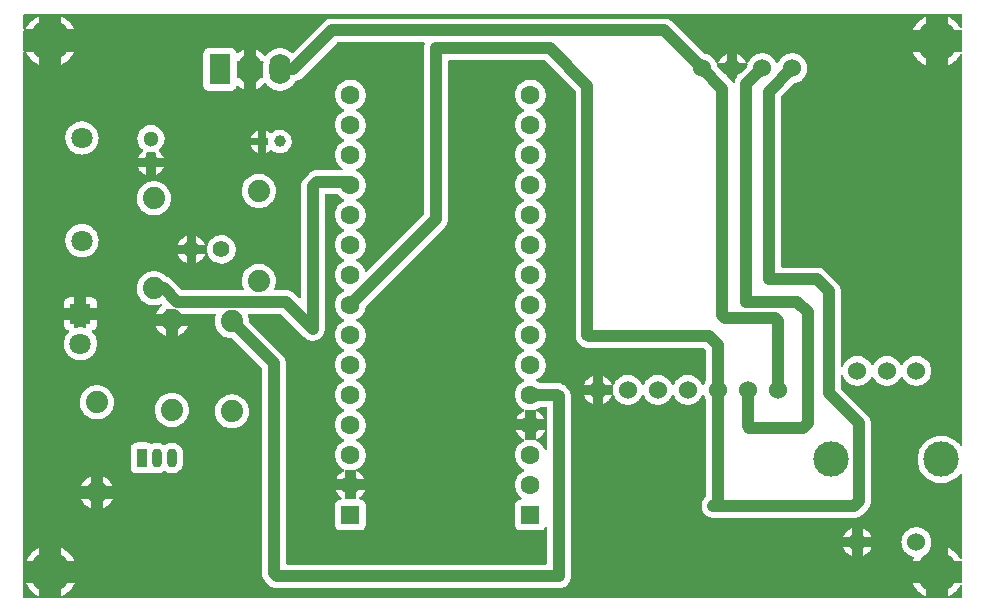
<source format=gtl>
G04 Layer: TopLayer*
G04 EasyEDA v6.5.50, 2025-05-18 23:27:22*
G04 3d9ee40f25bc44afba2a55a8afe60d3c,38e003156f3e444eba849dea5bfb7f5a,10*
G04 Gerber Generator version 0.2*
G04 Scale: 100 percent, Rotated: No, Reflected: No *
G04 Dimensions in millimeters *
G04 leading zeros omitted , absolute positions ,4 integer and 5 decimal *
%FSLAX45Y45*%
%MOMM*%

%ADD10C,1.0000*%
%ADD11C,1.3000*%
%ADD12C,1.8000*%
%ADD13R,1.8000X1.8000*%
%ADD14C,1.4000*%
%ADD15O,0.8999982X1.5999968*%
%ADD16R,0.9000X1.6000*%
%ADD17C,1.8796*%
%ADD18O,1.7999964X2.5999948*%
%ADD19R,1.8000X2.6000*%
%ADD20R,1.6000X1.6000*%
%ADD21C,1.6000*%
%ADD22C,1.5240*%
%ADD23C,3.0000*%
%ADD24C,3.5000*%
%ADD25C,0.0148*%

%LPD*%
G36*
X36068Y-4974082D02*
G01*
X32156Y-4973320D01*
X28905Y-4971084D01*
X26670Y-4967833D01*
X25908Y-4963922D01*
X25908Y-4839004D01*
X26466Y-4836261D01*
X25908Y-4833467D01*
X25908Y-4666132D01*
X26466Y-4663338D01*
X25908Y-4660595D01*
X25908Y-348284D01*
X26670Y-344424D01*
X28905Y-340868D01*
X26670Y-337566D01*
X25908Y-333705D01*
X25908Y-166319D01*
X26670Y-162407D01*
X28854Y-158851D01*
X26670Y-155549D01*
X25908Y-151688D01*
X25908Y-36068D01*
X26670Y-32156D01*
X28905Y-28905D01*
X32156Y-26670D01*
X36068Y-25908D01*
X151688Y-25908D01*
X155549Y-26670D01*
X159105Y-28905D01*
X162407Y-26670D01*
X166319Y-25908D01*
X333705Y-25908D01*
X337566Y-26670D01*
X341172Y-28854D01*
X344424Y-26670D01*
X348284Y-25908D01*
X7670495Y-25908D01*
X7673238Y-26466D01*
X7676032Y-25908D01*
X7843367Y-25908D01*
X7846161Y-26466D01*
X7848904Y-25908D01*
X7963916Y-25908D01*
X7967827Y-26670D01*
X7971078Y-28905D01*
X7973314Y-32156D01*
X7974075Y-36068D01*
X7974075Y-136855D01*
X7973110Y-141173D01*
X7970418Y-144678D01*
X7966456Y-146710D01*
X7962036Y-146862D01*
X7957972Y-145135D01*
X7955025Y-141833D01*
X7951419Y-135280D01*
X7939633Y-118110D01*
X7926324Y-102108D01*
X7911592Y-87376D01*
X7895590Y-74066D01*
X7878419Y-62280D01*
X7860182Y-52171D01*
X7853527Y-49225D01*
X7853527Y-160172D01*
X7963916Y-160172D01*
X7967827Y-160934D01*
X7971078Y-163118D01*
X7973314Y-166420D01*
X7974075Y-170332D01*
X7974075Y-337667D01*
X7973314Y-341579D01*
X7971078Y-344881D01*
X7967827Y-347065D01*
X7963916Y-347827D01*
X7853527Y-347827D01*
X7853527Y-458774D01*
X7860182Y-455828D01*
X7878419Y-445719D01*
X7895590Y-433933D01*
X7911592Y-420624D01*
X7926324Y-405892D01*
X7939633Y-389890D01*
X7951419Y-372719D01*
X7955025Y-366166D01*
X7957972Y-362864D01*
X7962036Y-361137D01*
X7966456Y-361289D01*
X7970418Y-363321D01*
X7973110Y-366826D01*
X7974075Y-371144D01*
X7974075Y-3670249D01*
X7973212Y-3674364D01*
X7970723Y-3677767D01*
X7967116Y-3679901D01*
X7962900Y-3680358D01*
X7958886Y-3679088D01*
X7955737Y-3676294D01*
X7951673Y-3670808D01*
X7938465Y-3656228D01*
X7923885Y-3643020D01*
X7908086Y-3631285D01*
X7891221Y-3621176D01*
X7873441Y-3612794D01*
X7854899Y-3606139D01*
X7835849Y-3601364D01*
X7816342Y-3598468D01*
X7796733Y-3597503D01*
X7777073Y-3598468D01*
X7757617Y-3601364D01*
X7738516Y-3606139D01*
X7719974Y-3612794D01*
X7702194Y-3621176D01*
X7685328Y-3631285D01*
X7669530Y-3643020D01*
X7654950Y-3656228D01*
X7641742Y-3670808D01*
X7630007Y-3686606D01*
X7619898Y-3703472D01*
X7611516Y-3721303D01*
X7604861Y-3739794D01*
X7600086Y-3758895D01*
X7597190Y-3778351D01*
X7596225Y-3798011D01*
X7597190Y-3817670D01*
X7600086Y-3837127D01*
X7604861Y-3856177D01*
X7611516Y-3874719D01*
X7619898Y-3892499D01*
X7630007Y-3909364D01*
X7641742Y-3925163D01*
X7654950Y-3939743D01*
X7669530Y-3952951D01*
X7685328Y-3964686D01*
X7702194Y-3974795D01*
X7719974Y-3983228D01*
X7738516Y-3989832D01*
X7757617Y-3994607D01*
X7777073Y-3997502D01*
X7796733Y-3998468D01*
X7816342Y-3997502D01*
X7835849Y-3994607D01*
X7854899Y-3989832D01*
X7873441Y-3983228D01*
X7891221Y-3974795D01*
X7908086Y-3964686D01*
X7923885Y-3952951D01*
X7938465Y-3939743D01*
X7951673Y-3925163D01*
X7955737Y-3919728D01*
X7958886Y-3916934D01*
X7962900Y-3915664D01*
X7967116Y-3916121D01*
X7970723Y-3918254D01*
X7973212Y-3921658D01*
X7974075Y-3925773D01*
X7974075Y-4632655D01*
X7973110Y-4636973D01*
X7970418Y-4640478D01*
X7966456Y-4642510D01*
X7962036Y-4642662D01*
X7957972Y-4640935D01*
X7955025Y-4637633D01*
X7951419Y-4631080D01*
X7939633Y-4613910D01*
X7926324Y-4597908D01*
X7911592Y-4583176D01*
X7895590Y-4569866D01*
X7878419Y-4558080D01*
X7860182Y-4547971D01*
X7853527Y-4545025D01*
X7853527Y-4655972D01*
X7963916Y-4655972D01*
X7967827Y-4656734D01*
X7971078Y-4658918D01*
X7973314Y-4662220D01*
X7974075Y-4666132D01*
X7974075Y-4833467D01*
X7973314Y-4837379D01*
X7971078Y-4840681D01*
X7967827Y-4842865D01*
X7963916Y-4843627D01*
X7853527Y-4843627D01*
X7853527Y-4954574D01*
X7860182Y-4951628D01*
X7878419Y-4941519D01*
X7895590Y-4929733D01*
X7911592Y-4916424D01*
X7926324Y-4901692D01*
X7939633Y-4885690D01*
X7951419Y-4868519D01*
X7955025Y-4861966D01*
X7957972Y-4858664D01*
X7962036Y-4856937D01*
X7966456Y-4857089D01*
X7970418Y-4859121D01*
X7973110Y-4862626D01*
X7974075Y-4866944D01*
X7974075Y-4963922D01*
X7973314Y-4967833D01*
X7971078Y-4971084D01*
X7967827Y-4973320D01*
X7963916Y-4974082D01*
X7857540Y-4974082D01*
X7853680Y-4973320D01*
X7850479Y-4971186D01*
X7847279Y-4973320D01*
X7843367Y-4974082D01*
X7676032Y-4974082D01*
X7672120Y-4973320D01*
X7668920Y-4971186D01*
X7665720Y-4973320D01*
X7661859Y-4974082D01*
X351840Y-4974082D01*
X347980Y-4973320D01*
X344779Y-4971186D01*
X341579Y-4973320D01*
X337667Y-4974082D01*
X170332Y-4974082D01*
X166420Y-4973320D01*
X163220Y-4971186D01*
X160020Y-4973320D01*
X156159Y-4974082D01*
G37*

%LPC*%
G36*
X347827Y-4954574D02*
G01*
X354482Y-4951628D01*
X372719Y-4941519D01*
X389890Y-4929733D01*
X405892Y-4916424D01*
X420624Y-4901692D01*
X433933Y-4885690D01*
X445719Y-4868519D01*
X455828Y-4850282D01*
X458774Y-4843627D01*
X347827Y-4843627D01*
G37*
G36*
X160172Y-4954574D02*
G01*
X160172Y-4843627D01*
X49225Y-4843627D01*
X52171Y-4850282D01*
X62280Y-4868519D01*
X74066Y-4885690D01*
X87376Y-4901692D01*
X102108Y-4916424D01*
X118110Y-4929733D01*
X135280Y-4941519D01*
X153517Y-4951628D01*
G37*
G36*
X7665872Y-4954574D02*
G01*
X7665872Y-4843627D01*
X7554925Y-4843627D01*
X7557871Y-4850282D01*
X7567980Y-4868519D01*
X7579766Y-4885690D01*
X7593075Y-4901692D01*
X7607808Y-4916424D01*
X7623809Y-4929733D01*
X7640980Y-4941519D01*
X7659217Y-4951628D01*
G37*
G36*
X2172055Y-4888382D02*
G01*
X4558944Y-4888382D01*
X4572406Y-4887518D01*
X4585309Y-4884928D01*
X4597755Y-4880711D01*
X4609541Y-4874920D01*
X4620463Y-4867605D01*
X4630369Y-4858969D01*
X4639005Y-4849063D01*
X4646320Y-4838141D01*
X4652111Y-4826355D01*
X4656328Y-4813909D01*
X4658918Y-4801006D01*
X4659782Y-4787544D01*
X4659782Y-3264255D01*
X4658918Y-3250793D01*
X4656328Y-3237890D01*
X4652111Y-3225444D01*
X4646320Y-3213658D01*
X4639005Y-3202736D01*
X4630115Y-3192627D01*
X4617872Y-3180384D01*
X4607763Y-3171494D01*
X4596841Y-3164179D01*
X4585055Y-3158388D01*
X4572609Y-3154172D01*
X4559706Y-3151581D01*
X4546244Y-3150717D01*
X4404563Y-3150717D01*
X4401058Y-3150057D01*
X4384294Y-3138881D01*
X4373321Y-3133242D01*
X4370324Y-3130905D01*
X4368393Y-3127654D01*
X4367784Y-3123895D01*
X4368596Y-3120237D01*
X4370730Y-3117088D01*
X4373829Y-3114903D01*
X4377588Y-3113278D01*
X4390898Y-3105404D01*
X4403191Y-3096056D01*
X4414266Y-3085287D01*
X4424019Y-3073247D01*
X4432249Y-3060192D01*
X4438904Y-3046222D01*
X4443882Y-3031591D01*
X4447032Y-3016453D01*
X4448403Y-3001060D01*
X4447946Y-2985617D01*
X4445660Y-2970326D01*
X4441596Y-2955391D01*
X4435805Y-2941066D01*
X4428337Y-2927553D01*
X4419346Y-2915005D01*
X4408881Y-2903575D01*
X4397197Y-2893466D01*
X4384344Y-2884830D01*
X4373422Y-2879242D01*
X4370425Y-2876905D01*
X4368495Y-2873654D01*
X4367885Y-2869895D01*
X4368698Y-2866186D01*
X4370832Y-2863037D01*
X4373981Y-2860903D01*
X4377537Y-2859328D01*
X4390847Y-2851454D01*
X4403140Y-2842107D01*
X4414215Y-2831338D01*
X4423968Y-2819298D01*
X4432198Y-2806242D01*
X4438853Y-2792272D01*
X4443831Y-2777642D01*
X4446981Y-2762504D01*
X4448352Y-2747111D01*
X4447895Y-2731668D01*
X4445609Y-2716377D01*
X4441545Y-2701442D01*
X4435754Y-2687116D01*
X4428286Y-2673604D01*
X4419295Y-2661056D01*
X4408830Y-2649626D01*
X4397146Y-2639568D01*
X4384294Y-2630932D01*
X4373321Y-2625242D01*
X4370324Y-2622956D01*
X4368393Y-2619654D01*
X4367784Y-2615946D01*
X4368596Y-2612237D01*
X4370730Y-2609088D01*
X4373829Y-2606903D01*
X4377588Y-2605278D01*
X4390898Y-2597404D01*
X4403191Y-2588056D01*
X4414266Y-2577287D01*
X4424019Y-2565247D01*
X4432249Y-2552192D01*
X4438904Y-2538222D01*
X4443882Y-2523591D01*
X4447032Y-2508453D01*
X4448403Y-2493060D01*
X4447946Y-2477617D01*
X4445660Y-2462326D01*
X4441596Y-2447391D01*
X4435805Y-2433066D01*
X4428337Y-2419553D01*
X4419346Y-2407005D01*
X4408881Y-2395575D01*
X4397197Y-2385517D01*
X4384344Y-2376881D01*
X4373422Y-2371242D01*
X4370425Y-2368905D01*
X4368495Y-2365654D01*
X4367885Y-2361895D01*
X4368698Y-2358186D01*
X4370832Y-2355037D01*
X4373981Y-2352903D01*
X4377537Y-2351328D01*
X4390847Y-2343454D01*
X4403140Y-2334107D01*
X4414215Y-2323338D01*
X4423968Y-2311298D01*
X4432198Y-2298242D01*
X4438853Y-2284272D01*
X4443831Y-2269642D01*
X4446981Y-2254504D01*
X4448352Y-2239111D01*
X4447895Y-2223668D01*
X4445609Y-2208377D01*
X4441545Y-2193442D01*
X4435754Y-2179116D01*
X4428286Y-2165604D01*
X4419295Y-2153056D01*
X4408830Y-2141626D01*
X4397146Y-2131517D01*
X4384294Y-2122881D01*
X4373321Y-2117242D01*
X4370324Y-2114905D01*
X4368393Y-2111654D01*
X4367784Y-2107946D01*
X4368596Y-2104237D01*
X4370730Y-2101088D01*
X4373880Y-2098903D01*
X4377588Y-2097278D01*
X4390898Y-2089404D01*
X4403191Y-2080056D01*
X4414266Y-2069287D01*
X4424019Y-2057247D01*
X4432249Y-2044192D01*
X4438904Y-2030222D01*
X4443882Y-2015591D01*
X4447032Y-2000453D01*
X4448403Y-1985060D01*
X4447946Y-1969617D01*
X4445660Y-1954326D01*
X4441596Y-1939391D01*
X4435805Y-1925066D01*
X4428337Y-1911553D01*
X4419346Y-1899005D01*
X4408881Y-1887575D01*
X4397197Y-1877517D01*
X4384344Y-1868881D01*
X4373422Y-1863242D01*
X4370425Y-1860905D01*
X4368495Y-1857654D01*
X4367885Y-1853895D01*
X4368698Y-1850186D01*
X4370832Y-1847037D01*
X4373981Y-1844903D01*
X4377537Y-1843328D01*
X4390847Y-1835454D01*
X4403140Y-1826107D01*
X4414215Y-1815338D01*
X4423968Y-1803298D01*
X4432198Y-1790242D01*
X4438853Y-1776272D01*
X4443831Y-1761642D01*
X4446981Y-1746504D01*
X4448352Y-1731111D01*
X4447895Y-1715668D01*
X4445609Y-1700377D01*
X4441545Y-1685442D01*
X4435754Y-1671116D01*
X4428286Y-1657604D01*
X4419295Y-1645056D01*
X4408830Y-1633626D01*
X4397146Y-1623517D01*
X4384294Y-1614881D01*
X4373321Y-1609242D01*
X4370324Y-1606905D01*
X4368393Y-1603654D01*
X4367784Y-1599946D01*
X4368596Y-1596237D01*
X4370730Y-1593088D01*
X4373880Y-1590903D01*
X4377588Y-1589278D01*
X4390898Y-1581404D01*
X4403191Y-1572056D01*
X4414266Y-1561287D01*
X4424019Y-1549247D01*
X4432249Y-1536192D01*
X4438904Y-1522222D01*
X4443882Y-1507591D01*
X4447032Y-1492453D01*
X4448403Y-1477060D01*
X4447946Y-1461617D01*
X4445660Y-1446326D01*
X4441596Y-1431391D01*
X4435805Y-1417066D01*
X4428337Y-1403553D01*
X4419346Y-1391005D01*
X4408881Y-1379575D01*
X4397197Y-1369517D01*
X4384344Y-1360881D01*
X4373422Y-1355242D01*
X4370425Y-1352905D01*
X4368495Y-1349654D01*
X4367885Y-1345895D01*
X4368698Y-1342186D01*
X4370832Y-1339037D01*
X4373981Y-1336903D01*
X4377537Y-1335328D01*
X4390847Y-1327454D01*
X4403140Y-1318107D01*
X4414215Y-1307338D01*
X4423968Y-1295298D01*
X4432198Y-1282242D01*
X4438853Y-1268272D01*
X4443831Y-1253642D01*
X4446981Y-1238504D01*
X4448352Y-1223111D01*
X4447895Y-1207668D01*
X4445609Y-1192377D01*
X4441545Y-1177442D01*
X4435754Y-1163116D01*
X4428286Y-1149604D01*
X4419295Y-1137056D01*
X4408830Y-1125626D01*
X4397146Y-1115517D01*
X4384294Y-1106881D01*
X4373321Y-1101242D01*
X4370324Y-1098905D01*
X4368393Y-1095654D01*
X4367784Y-1091946D01*
X4368596Y-1088237D01*
X4370730Y-1085088D01*
X4373880Y-1082903D01*
X4377588Y-1081278D01*
X4390898Y-1073404D01*
X4403191Y-1064056D01*
X4414266Y-1053287D01*
X4424019Y-1041247D01*
X4432249Y-1028192D01*
X4438904Y-1014221D01*
X4443882Y-999591D01*
X4447032Y-984453D01*
X4448403Y-969060D01*
X4447946Y-953617D01*
X4445660Y-938326D01*
X4441596Y-923391D01*
X4435805Y-909066D01*
X4428337Y-895553D01*
X4419346Y-883005D01*
X4408881Y-871575D01*
X4397197Y-861517D01*
X4384344Y-852881D01*
X4373372Y-847242D01*
X4370374Y-844905D01*
X4368444Y-841654D01*
X4367885Y-837895D01*
X4368698Y-834186D01*
X4370781Y-831037D01*
X4373930Y-828903D01*
X4377588Y-827278D01*
X4390898Y-819403D01*
X4403191Y-810056D01*
X4414266Y-799287D01*
X4424019Y-787247D01*
X4432249Y-774192D01*
X4438904Y-760222D01*
X4443882Y-745591D01*
X4447032Y-730453D01*
X4448403Y-715060D01*
X4447946Y-699617D01*
X4445660Y-684326D01*
X4441596Y-669391D01*
X4435805Y-655066D01*
X4428337Y-641553D01*
X4419295Y-629005D01*
X4408881Y-617575D01*
X4397197Y-607466D01*
X4384344Y-598830D01*
X4370578Y-591769D01*
X4356100Y-586435D01*
X4341063Y-582777D01*
X4325721Y-580948D01*
X4310278Y-580948D01*
X4294936Y-582777D01*
X4279900Y-586435D01*
X4265422Y-591769D01*
X4251655Y-598830D01*
X4238802Y-607466D01*
X4227118Y-617575D01*
X4216704Y-629005D01*
X4207662Y-641553D01*
X4200194Y-655066D01*
X4194403Y-669391D01*
X4190339Y-684326D01*
X4188053Y-699617D01*
X4187596Y-715060D01*
X4188968Y-730453D01*
X4192117Y-745591D01*
X4197096Y-760222D01*
X4203750Y-774192D01*
X4211980Y-787247D01*
X4221734Y-799287D01*
X4232808Y-810056D01*
X4245102Y-819403D01*
X4258411Y-827278D01*
X4262069Y-828903D01*
X4265218Y-831037D01*
X4267301Y-834186D01*
X4268114Y-837895D01*
X4267555Y-841654D01*
X4265625Y-844905D01*
X4262628Y-847242D01*
X4251655Y-852881D01*
X4238853Y-861517D01*
X4227118Y-871575D01*
X4216704Y-883005D01*
X4207662Y-895553D01*
X4200194Y-909066D01*
X4194403Y-923391D01*
X4190339Y-938326D01*
X4188053Y-953617D01*
X4187596Y-969060D01*
X4188968Y-984453D01*
X4192117Y-999591D01*
X4197096Y-1014221D01*
X4203750Y-1028192D01*
X4211980Y-1041247D01*
X4221734Y-1053287D01*
X4232808Y-1064056D01*
X4245102Y-1073404D01*
X4258411Y-1081278D01*
X4262120Y-1082903D01*
X4265218Y-1085037D01*
X4267352Y-1088186D01*
X4268165Y-1091895D01*
X4267555Y-1095654D01*
X4265625Y-1098905D01*
X4262628Y-1101242D01*
X4251604Y-1106881D01*
X4238802Y-1115517D01*
X4227068Y-1125626D01*
X4216654Y-1137056D01*
X4207611Y-1149604D01*
X4200144Y-1163116D01*
X4194352Y-1177442D01*
X4190288Y-1192377D01*
X4188002Y-1207668D01*
X4187545Y-1223111D01*
X4188917Y-1238504D01*
X4192066Y-1253642D01*
X4197045Y-1268272D01*
X4203700Y-1282242D01*
X4211929Y-1295298D01*
X4221683Y-1307338D01*
X4232757Y-1318107D01*
X4245051Y-1327454D01*
X4258360Y-1335328D01*
X4262018Y-1336903D01*
X4265117Y-1339088D01*
X4267250Y-1342237D01*
X4268063Y-1345946D01*
X4267454Y-1349654D01*
X4265523Y-1352956D01*
X4262526Y-1355242D01*
X4251655Y-1360881D01*
X4238853Y-1369517D01*
X4227118Y-1379575D01*
X4216704Y-1391005D01*
X4207662Y-1403553D01*
X4200194Y-1417066D01*
X4194403Y-1431391D01*
X4190339Y-1446326D01*
X4188053Y-1461617D01*
X4187596Y-1477060D01*
X4188968Y-1492453D01*
X4192117Y-1507591D01*
X4197096Y-1522222D01*
X4203750Y-1536192D01*
X4211980Y-1549247D01*
X4221734Y-1561287D01*
X4232808Y-1572056D01*
X4245102Y-1581404D01*
X4258411Y-1589278D01*
X4262120Y-1590903D01*
X4265218Y-1593037D01*
X4267352Y-1596186D01*
X4268165Y-1599895D01*
X4267555Y-1603654D01*
X4265625Y-1606905D01*
X4262628Y-1609242D01*
X4251604Y-1614881D01*
X4238802Y-1623517D01*
X4227068Y-1633626D01*
X4216654Y-1645056D01*
X4207611Y-1657604D01*
X4200144Y-1671116D01*
X4194352Y-1685442D01*
X4190288Y-1700377D01*
X4188002Y-1715668D01*
X4187545Y-1731111D01*
X4188917Y-1746504D01*
X4192066Y-1761642D01*
X4197045Y-1776272D01*
X4203700Y-1790242D01*
X4211929Y-1803298D01*
X4221683Y-1815338D01*
X4232757Y-1826107D01*
X4245051Y-1835454D01*
X4258360Y-1843328D01*
X4262018Y-1844903D01*
X4265117Y-1847088D01*
X4267250Y-1850237D01*
X4268063Y-1853946D01*
X4267454Y-1857654D01*
X4265523Y-1860956D01*
X4262526Y-1863242D01*
X4251655Y-1868881D01*
X4238853Y-1877517D01*
X4227118Y-1887575D01*
X4216704Y-1899005D01*
X4207662Y-1911553D01*
X4200194Y-1925066D01*
X4194403Y-1939391D01*
X4190339Y-1954326D01*
X4188053Y-1969617D01*
X4187596Y-1985060D01*
X4188968Y-2000453D01*
X4192117Y-2015591D01*
X4197096Y-2030222D01*
X4203750Y-2044192D01*
X4211980Y-2057247D01*
X4221734Y-2069287D01*
X4232808Y-2080056D01*
X4245102Y-2089404D01*
X4258411Y-2097278D01*
X4262120Y-2098903D01*
X4265218Y-2101037D01*
X4267352Y-2104186D01*
X4268165Y-2107895D01*
X4267555Y-2111654D01*
X4265625Y-2114905D01*
X4262628Y-2117242D01*
X4251604Y-2122881D01*
X4238802Y-2131517D01*
X4227068Y-2141626D01*
X4216654Y-2153056D01*
X4207611Y-2165604D01*
X4200144Y-2179116D01*
X4194352Y-2193442D01*
X4190288Y-2208377D01*
X4188002Y-2223668D01*
X4187545Y-2239111D01*
X4188917Y-2254504D01*
X4192066Y-2269642D01*
X4197045Y-2284272D01*
X4203700Y-2298242D01*
X4211929Y-2311298D01*
X4221683Y-2323338D01*
X4232757Y-2334107D01*
X4245051Y-2343454D01*
X4258360Y-2351328D01*
X4262018Y-2352903D01*
X4265117Y-2355088D01*
X4267250Y-2358237D01*
X4268063Y-2361946D01*
X4267454Y-2365654D01*
X4265523Y-2368956D01*
X4262526Y-2371242D01*
X4251655Y-2376881D01*
X4238853Y-2385517D01*
X4227118Y-2395575D01*
X4216704Y-2407005D01*
X4207662Y-2419553D01*
X4200194Y-2433066D01*
X4194403Y-2447391D01*
X4190339Y-2462326D01*
X4188053Y-2477617D01*
X4187596Y-2493060D01*
X4188968Y-2508453D01*
X4192117Y-2523591D01*
X4197096Y-2538222D01*
X4203750Y-2552192D01*
X4211980Y-2565247D01*
X4221734Y-2577287D01*
X4232808Y-2588056D01*
X4245102Y-2597404D01*
X4258411Y-2605278D01*
X4262120Y-2606903D01*
X4265218Y-2609037D01*
X4267352Y-2612186D01*
X4268165Y-2615895D01*
X4267555Y-2619654D01*
X4265625Y-2622905D01*
X4262628Y-2625242D01*
X4251604Y-2630932D01*
X4238802Y-2639568D01*
X4227068Y-2649626D01*
X4216654Y-2661056D01*
X4207611Y-2673604D01*
X4200144Y-2687116D01*
X4194352Y-2701442D01*
X4190288Y-2716377D01*
X4188002Y-2731668D01*
X4187545Y-2747111D01*
X4188917Y-2762504D01*
X4192066Y-2777642D01*
X4197045Y-2792272D01*
X4203700Y-2806242D01*
X4211929Y-2819298D01*
X4221683Y-2831338D01*
X4232757Y-2842107D01*
X4245051Y-2851454D01*
X4258360Y-2859328D01*
X4262018Y-2860903D01*
X4265117Y-2863088D01*
X4267250Y-2866237D01*
X4268063Y-2869946D01*
X4267454Y-2873654D01*
X4265523Y-2876956D01*
X4262526Y-2879242D01*
X4251655Y-2884830D01*
X4238853Y-2893466D01*
X4227118Y-2903575D01*
X4216704Y-2915005D01*
X4207662Y-2927553D01*
X4200194Y-2941066D01*
X4194403Y-2955391D01*
X4190339Y-2970326D01*
X4188053Y-2985617D01*
X4187596Y-3001060D01*
X4188968Y-3016453D01*
X4192117Y-3031591D01*
X4197096Y-3046222D01*
X4203750Y-3060192D01*
X4211980Y-3073247D01*
X4221734Y-3085287D01*
X4232808Y-3096056D01*
X4245102Y-3105404D01*
X4258411Y-3113278D01*
X4262120Y-3114903D01*
X4265218Y-3117037D01*
X4267352Y-3120186D01*
X4268165Y-3123895D01*
X4267555Y-3127654D01*
X4265625Y-3130905D01*
X4262628Y-3133242D01*
X4251604Y-3138881D01*
X4238802Y-3147517D01*
X4227068Y-3157626D01*
X4216654Y-3169056D01*
X4207611Y-3181604D01*
X4200144Y-3195116D01*
X4194352Y-3209442D01*
X4190288Y-3224377D01*
X4188002Y-3239668D01*
X4187545Y-3255111D01*
X4188917Y-3270503D01*
X4192066Y-3285642D01*
X4197045Y-3300272D01*
X4203700Y-3314242D01*
X4211929Y-3327298D01*
X4221683Y-3339337D01*
X4232757Y-3350107D01*
X4245051Y-3359454D01*
X4258360Y-3367328D01*
X4262018Y-3368903D01*
X4265117Y-3371087D01*
X4267250Y-3374237D01*
X4268063Y-3377946D01*
X4267454Y-3381654D01*
X4265523Y-3384956D01*
X4262526Y-3387242D01*
X4251655Y-3392830D01*
X4238853Y-3401466D01*
X4227118Y-3411575D01*
X4216704Y-3423005D01*
X4207662Y-3435553D01*
X4200194Y-3449065D01*
X4196232Y-3458870D01*
X4271670Y-3458870D01*
X4271670Y-3387039D01*
X4272330Y-3383330D01*
X4274362Y-3380130D01*
X4277410Y-3377895D01*
X4281017Y-3376879D01*
X4284776Y-3377285D01*
X4287316Y-3378098D01*
X4302506Y-3380790D01*
X4317949Y-3381705D01*
X4333392Y-3380790D01*
X4348581Y-3378098D01*
X4351223Y-3377285D01*
X4354982Y-3376879D01*
X4358640Y-3377844D01*
X4361637Y-3380079D01*
X4363669Y-3383279D01*
X4364329Y-3386988D01*
X4364329Y-3458870D01*
X4440072Y-3458870D01*
X4439208Y-3457549D01*
X4435805Y-3449065D01*
X4428337Y-3435553D01*
X4419346Y-3423005D01*
X4408881Y-3411575D01*
X4397197Y-3401466D01*
X4384344Y-3392830D01*
X4373422Y-3387242D01*
X4370425Y-3384905D01*
X4368495Y-3381654D01*
X4367885Y-3377895D01*
X4368698Y-3374186D01*
X4370832Y-3371037D01*
X4373981Y-3368903D01*
X4377537Y-3367328D01*
X4390847Y-3359454D01*
X4398314Y-3353765D01*
X4401210Y-3352241D01*
X4404461Y-3351682D01*
X4448657Y-3351682D01*
X4452518Y-3352444D01*
X4455820Y-3354679D01*
X4458055Y-3357981D01*
X4458817Y-3361842D01*
X4458817Y-3453739D01*
X4458004Y-3457651D01*
X4455160Y-3461359D01*
X4458055Y-3465118D01*
X4458817Y-3469030D01*
X4458817Y-3541369D01*
X4458055Y-3545281D01*
X4455820Y-3548583D01*
X4455668Y-3549853D01*
X4458004Y-3553206D01*
X4458817Y-3557168D01*
X4458817Y-3707892D01*
X4458004Y-3711803D01*
X4455820Y-3715105D01*
X4452518Y-3717290D01*
X4448606Y-3718051D01*
X4444695Y-3717290D01*
X4441393Y-3715054D01*
X4439208Y-3711701D01*
X4435754Y-3703116D01*
X4428286Y-3689604D01*
X4419295Y-3677056D01*
X4408830Y-3665626D01*
X4397146Y-3655517D01*
X4384294Y-3646881D01*
X4373321Y-3641242D01*
X4370324Y-3638905D01*
X4368393Y-3635654D01*
X4367784Y-3631895D01*
X4368596Y-3628237D01*
X4370730Y-3625087D01*
X4373880Y-3622903D01*
X4377588Y-3621278D01*
X4390898Y-3613404D01*
X4403191Y-3604056D01*
X4414266Y-3593287D01*
X4424019Y-3581247D01*
X4432249Y-3568192D01*
X4439005Y-3553917D01*
X4440377Y-3551529D01*
X4364329Y-3551529D01*
X4364329Y-3623564D01*
X4363720Y-3627170D01*
X4361789Y-3630269D01*
X4358944Y-3632555D01*
X4355439Y-3633622D01*
X4351782Y-3633419D01*
X4341012Y-3630828D01*
X4325670Y-3628999D01*
X4310227Y-3628999D01*
X4294886Y-3630828D01*
X4284218Y-3633419D01*
X4280560Y-3633622D01*
X4277055Y-3632504D01*
X4274210Y-3630269D01*
X4272330Y-3627120D01*
X4271670Y-3623513D01*
X4271670Y-3551529D01*
X4196181Y-3551529D01*
X4197096Y-3554222D01*
X4203750Y-3568192D01*
X4211980Y-3581247D01*
X4221734Y-3593287D01*
X4232808Y-3604056D01*
X4245102Y-3613404D01*
X4258411Y-3621278D01*
X4262120Y-3622903D01*
X4265218Y-3625037D01*
X4267352Y-3628186D01*
X4268165Y-3631895D01*
X4267555Y-3635654D01*
X4265625Y-3638905D01*
X4262628Y-3641242D01*
X4251604Y-3646881D01*
X4238802Y-3655517D01*
X4227068Y-3665626D01*
X4216654Y-3677056D01*
X4207611Y-3689604D01*
X4200144Y-3703116D01*
X4194352Y-3717442D01*
X4190288Y-3732377D01*
X4188002Y-3747668D01*
X4187545Y-3763111D01*
X4188917Y-3778504D01*
X4192066Y-3793642D01*
X4197045Y-3808272D01*
X4203700Y-3822242D01*
X4211929Y-3835298D01*
X4221683Y-3847337D01*
X4232757Y-3858107D01*
X4245051Y-3867454D01*
X4258360Y-3875328D01*
X4262018Y-3876903D01*
X4265117Y-3879087D01*
X4267250Y-3882237D01*
X4268063Y-3885946D01*
X4267454Y-3889654D01*
X4265523Y-3892956D01*
X4262526Y-3895242D01*
X4251655Y-3900830D01*
X4238853Y-3909466D01*
X4227118Y-3919575D01*
X4216704Y-3931005D01*
X4207662Y-3943553D01*
X4200194Y-3957065D01*
X4194403Y-3971391D01*
X4190339Y-3986326D01*
X4188053Y-4001617D01*
X4187596Y-4017060D01*
X4188968Y-4032453D01*
X4192117Y-4047591D01*
X4197096Y-4062222D01*
X4203750Y-4076192D01*
X4211980Y-4089247D01*
X4221734Y-4101287D01*
X4232808Y-4112056D01*
X4241546Y-4118711D01*
X4244187Y-4121759D01*
X4245457Y-4125569D01*
X4245152Y-4129582D01*
X4243273Y-4133189D01*
X4240123Y-4135729D01*
X4236262Y-4136898D01*
X4229252Y-4137507D01*
X4220718Y-4139793D01*
X4212793Y-4143501D01*
X4205579Y-4148531D01*
X4199331Y-4154779D01*
X4194301Y-4161993D01*
X4190593Y-4169918D01*
X4188307Y-4178452D01*
X4187494Y-4187647D01*
X4187494Y-4346752D01*
X4188307Y-4355947D01*
X4190593Y-4364482D01*
X4194301Y-4372406D01*
X4199331Y-4379620D01*
X4205579Y-4385868D01*
X4212793Y-4390898D01*
X4220718Y-4394606D01*
X4229252Y-4396892D01*
X4238447Y-4397705D01*
X4397552Y-4397705D01*
X4406747Y-4396892D01*
X4415282Y-4394606D01*
X4423206Y-4390898D01*
X4430420Y-4385868D01*
X4436668Y-4379620D01*
X4440326Y-4374388D01*
X4443425Y-4371492D01*
X4447489Y-4370120D01*
X4451705Y-4370527D01*
X4455414Y-4372610D01*
X4457903Y-4376064D01*
X4458817Y-4380230D01*
X4458817Y-4677257D01*
X4458055Y-4681118D01*
X4455820Y-4684420D01*
X4452518Y-4686655D01*
X4448657Y-4687417D01*
X2256942Y-4687417D01*
X2253081Y-4686655D01*
X2249779Y-4684420D01*
X2247544Y-4681118D01*
X2246782Y-4677257D01*
X2246782Y-2984855D01*
X2245918Y-2971393D01*
X2243328Y-2958490D01*
X2239111Y-2946044D01*
X2233320Y-2934258D01*
X2226005Y-2923336D01*
X2217115Y-2913227D01*
X1938020Y-2634081D01*
X1935784Y-2630678D01*
X1935022Y-2626614D01*
X1935124Y-2624785D01*
X1933702Y-2608326D01*
X1930400Y-2592171D01*
X1925675Y-2577592D01*
X1925218Y-2573832D01*
X1926132Y-2570124D01*
X1928368Y-2567025D01*
X1931619Y-2564993D01*
X1935327Y-2564282D01*
X2202078Y-2564282D01*
X2205939Y-2565044D01*
X2209241Y-2567279D01*
X2405227Y-2763215D01*
X2415336Y-2772105D01*
X2426258Y-2779420D01*
X2438044Y-2785211D01*
X2450490Y-2789428D01*
X2463393Y-2792018D01*
X2476500Y-2792882D01*
X2489606Y-2792018D01*
X2502509Y-2789428D01*
X2514955Y-2785211D01*
X2526741Y-2779420D01*
X2537663Y-2772105D01*
X2547569Y-2763469D01*
X2556205Y-2753563D01*
X2563520Y-2742641D01*
X2569311Y-2730855D01*
X2573528Y-2718409D01*
X2576118Y-2705506D01*
X2576982Y-2692044D01*
X2576982Y-1558442D01*
X2577744Y-1554581D01*
X2579979Y-1551279D01*
X2583281Y-1549044D01*
X2587142Y-1548282D01*
X2682341Y-1548282D01*
X2686710Y-1549298D01*
X2690266Y-1552041D01*
X2697683Y-1561236D01*
X2708757Y-1572006D01*
X2721051Y-1581353D01*
X2734360Y-1589227D01*
X2738120Y-1590852D01*
X2741218Y-1593037D01*
X2743352Y-1596186D01*
X2744165Y-1599844D01*
X2743555Y-1603603D01*
X2741625Y-1606854D01*
X2738628Y-1609191D01*
X2727655Y-1614830D01*
X2714853Y-1623466D01*
X2703118Y-1633575D01*
X2692704Y-1645005D01*
X2683662Y-1657553D01*
X2676194Y-1671066D01*
X2670403Y-1685391D01*
X2666339Y-1700326D01*
X2664053Y-1715617D01*
X2663596Y-1731060D01*
X2664968Y-1746453D01*
X2668117Y-1761591D01*
X2673096Y-1776222D01*
X2679750Y-1790192D01*
X2687980Y-1803247D01*
X2697734Y-1815287D01*
X2708808Y-1826056D01*
X2721102Y-1835404D01*
X2734411Y-1843278D01*
X2738018Y-1844852D01*
X2741117Y-1846986D01*
X2743250Y-1850136D01*
X2744063Y-1853844D01*
X2743454Y-1857603D01*
X2741523Y-1860854D01*
X2738526Y-1863191D01*
X2727604Y-1868779D01*
X2714802Y-1877415D01*
X2703068Y-1887524D01*
X2692654Y-1898954D01*
X2683611Y-1911502D01*
X2676144Y-1925015D01*
X2670352Y-1939340D01*
X2666288Y-1954275D01*
X2664002Y-1969566D01*
X2663545Y-1985010D01*
X2664917Y-2000402D01*
X2668066Y-2015540D01*
X2673045Y-2030171D01*
X2679700Y-2044141D01*
X2687929Y-2057196D01*
X2697683Y-2069236D01*
X2708757Y-2080006D01*
X2721051Y-2089353D01*
X2734360Y-2097227D01*
X2738120Y-2098852D01*
X2741218Y-2101037D01*
X2743352Y-2104186D01*
X2744165Y-2107844D01*
X2743555Y-2111603D01*
X2741625Y-2114854D01*
X2738628Y-2117191D01*
X2727655Y-2122830D01*
X2714853Y-2131466D01*
X2703118Y-2141575D01*
X2692704Y-2153005D01*
X2683662Y-2165553D01*
X2676194Y-2179066D01*
X2670403Y-2193391D01*
X2666339Y-2208326D01*
X2664053Y-2223617D01*
X2663596Y-2239060D01*
X2664968Y-2254453D01*
X2668117Y-2269591D01*
X2673096Y-2284222D01*
X2679750Y-2298192D01*
X2687980Y-2311247D01*
X2697734Y-2323287D01*
X2708808Y-2334056D01*
X2721102Y-2343404D01*
X2734411Y-2351278D01*
X2738018Y-2352852D01*
X2741117Y-2354986D01*
X2743250Y-2358136D01*
X2744063Y-2361844D01*
X2743454Y-2365603D01*
X2741523Y-2368854D01*
X2738526Y-2371191D01*
X2727604Y-2376779D01*
X2714802Y-2385415D01*
X2703068Y-2395524D01*
X2692654Y-2406954D01*
X2683611Y-2419502D01*
X2676144Y-2433015D01*
X2670352Y-2447340D01*
X2666288Y-2462276D01*
X2664002Y-2477566D01*
X2663545Y-2493010D01*
X2664917Y-2508402D01*
X2668066Y-2523540D01*
X2673045Y-2538171D01*
X2679700Y-2552141D01*
X2687929Y-2565196D01*
X2697683Y-2577236D01*
X2708757Y-2588006D01*
X2721051Y-2597353D01*
X2734360Y-2605227D01*
X2738120Y-2606852D01*
X2741218Y-2609037D01*
X2743352Y-2612186D01*
X2744165Y-2615844D01*
X2743555Y-2619603D01*
X2741625Y-2622854D01*
X2738628Y-2625191D01*
X2727655Y-2630830D01*
X2714853Y-2639466D01*
X2703118Y-2649575D01*
X2692704Y-2661005D01*
X2683662Y-2673553D01*
X2676194Y-2687066D01*
X2670403Y-2701391D01*
X2666339Y-2716326D01*
X2664053Y-2731617D01*
X2663596Y-2747060D01*
X2664968Y-2762453D01*
X2668117Y-2777591D01*
X2673096Y-2792222D01*
X2679750Y-2806192D01*
X2687980Y-2819247D01*
X2697734Y-2831287D01*
X2708808Y-2842056D01*
X2721102Y-2851404D01*
X2734411Y-2859278D01*
X2738018Y-2860852D01*
X2741117Y-2862986D01*
X2743250Y-2866136D01*
X2744063Y-2869844D01*
X2743454Y-2873603D01*
X2741523Y-2876854D01*
X2738526Y-2879191D01*
X2727604Y-2884779D01*
X2714802Y-2893415D01*
X2703068Y-2903524D01*
X2692654Y-2914954D01*
X2683611Y-2927502D01*
X2676144Y-2941015D01*
X2670352Y-2955340D01*
X2666288Y-2970276D01*
X2664002Y-2985566D01*
X2663545Y-3001010D01*
X2664917Y-3016402D01*
X2668066Y-3031540D01*
X2673045Y-3046171D01*
X2679700Y-3060141D01*
X2687929Y-3073196D01*
X2697683Y-3085236D01*
X2708757Y-3096006D01*
X2721051Y-3105353D01*
X2734360Y-3113227D01*
X2738120Y-3114852D01*
X2741218Y-3117037D01*
X2743352Y-3120186D01*
X2744165Y-3123844D01*
X2743555Y-3127603D01*
X2741625Y-3130854D01*
X2738628Y-3133191D01*
X2727655Y-3138830D01*
X2714853Y-3147466D01*
X2703118Y-3157575D01*
X2692704Y-3169005D01*
X2683662Y-3181553D01*
X2676194Y-3195066D01*
X2670403Y-3209391D01*
X2666339Y-3224326D01*
X2664053Y-3239617D01*
X2663596Y-3255060D01*
X2664968Y-3270453D01*
X2668117Y-3285591D01*
X2673096Y-3300222D01*
X2679750Y-3314192D01*
X2687980Y-3327247D01*
X2697734Y-3339287D01*
X2708808Y-3350056D01*
X2721102Y-3359404D01*
X2734411Y-3367278D01*
X2738018Y-3368852D01*
X2741117Y-3370986D01*
X2743250Y-3374136D01*
X2744063Y-3377844D01*
X2743454Y-3381603D01*
X2741523Y-3384854D01*
X2738526Y-3387191D01*
X2727604Y-3392779D01*
X2714802Y-3401415D01*
X2703068Y-3411524D01*
X2692654Y-3422954D01*
X2683611Y-3435502D01*
X2676144Y-3449015D01*
X2670352Y-3463340D01*
X2666288Y-3478276D01*
X2664002Y-3493566D01*
X2663545Y-3509010D01*
X2664917Y-3524402D01*
X2668066Y-3539540D01*
X2673045Y-3554171D01*
X2679700Y-3568141D01*
X2687929Y-3581196D01*
X2697683Y-3593236D01*
X2708757Y-3604006D01*
X2721051Y-3613353D01*
X2734360Y-3621227D01*
X2738120Y-3622852D01*
X2741218Y-3625037D01*
X2743352Y-3628136D01*
X2744165Y-3631844D01*
X2743555Y-3635603D01*
X2741625Y-3638854D01*
X2738628Y-3641191D01*
X2727655Y-3646830D01*
X2714853Y-3655466D01*
X2703118Y-3665575D01*
X2692704Y-3677005D01*
X2683662Y-3689553D01*
X2676194Y-3703065D01*
X2670403Y-3717391D01*
X2666339Y-3732326D01*
X2664053Y-3747617D01*
X2663596Y-3763060D01*
X2664968Y-3778453D01*
X2668117Y-3793591D01*
X2673096Y-3808222D01*
X2679750Y-3822192D01*
X2687980Y-3835247D01*
X2697734Y-3847287D01*
X2708808Y-3858006D01*
X2721102Y-3867404D01*
X2734411Y-3875278D01*
X2738069Y-3876903D01*
X2741218Y-3879037D01*
X2743301Y-3882186D01*
X2744165Y-3885895D01*
X2743555Y-3889603D01*
X2741625Y-3892905D01*
X2738628Y-3895242D01*
X2727655Y-3900830D01*
X2714802Y-3909466D01*
X2703118Y-3919575D01*
X2692704Y-3931005D01*
X2683662Y-3943553D01*
X2676194Y-3957065D01*
X2672232Y-3966870D01*
X2747670Y-3966870D01*
X2747670Y-3894937D01*
X2748330Y-3891229D01*
X2750362Y-3888028D01*
X2753410Y-3885793D01*
X2757017Y-3884828D01*
X2760776Y-3885234D01*
X2763367Y-3885996D01*
X2778556Y-3888740D01*
X2794000Y-3889654D01*
X2809443Y-3888740D01*
X2824632Y-3885996D01*
X2827223Y-3885234D01*
X2830982Y-3884828D01*
X2834589Y-3885793D01*
X2837637Y-3888028D01*
X2839669Y-3891229D01*
X2840329Y-3894937D01*
X2840329Y-3966870D01*
X2915767Y-3966870D01*
X2911805Y-3957065D01*
X2904337Y-3943553D01*
X2895295Y-3931005D01*
X2884881Y-3919575D01*
X2873197Y-3909466D01*
X2860344Y-3900830D01*
X2849372Y-3895242D01*
X2846374Y-3892905D01*
X2844444Y-3889603D01*
X2843885Y-3885895D01*
X2844698Y-3882186D01*
X2846781Y-3879037D01*
X2849930Y-3876903D01*
X2853588Y-3875278D01*
X2866898Y-3867404D01*
X2879191Y-3858006D01*
X2890266Y-3847287D01*
X2900019Y-3835247D01*
X2908249Y-3822192D01*
X2914904Y-3808222D01*
X2919882Y-3793591D01*
X2923032Y-3778453D01*
X2924403Y-3763060D01*
X2923946Y-3747617D01*
X2921660Y-3732326D01*
X2917596Y-3717391D01*
X2911805Y-3703065D01*
X2904337Y-3689553D01*
X2895346Y-3677005D01*
X2884881Y-3665575D01*
X2873197Y-3655466D01*
X2860344Y-3646830D01*
X2849321Y-3641191D01*
X2846324Y-3638854D01*
X2844393Y-3635603D01*
X2843784Y-3631844D01*
X2844596Y-3628136D01*
X2846730Y-3624986D01*
X2849880Y-3622852D01*
X2853537Y-3621227D01*
X2866847Y-3613353D01*
X2879140Y-3604006D01*
X2890215Y-3593236D01*
X2899968Y-3581196D01*
X2908198Y-3568141D01*
X2914853Y-3554171D01*
X2919831Y-3539540D01*
X2922981Y-3524402D01*
X2924352Y-3509010D01*
X2923895Y-3493566D01*
X2921609Y-3478276D01*
X2917545Y-3463340D01*
X2911754Y-3449015D01*
X2904286Y-3435502D01*
X2895295Y-3422954D01*
X2884830Y-3411524D01*
X2873146Y-3401415D01*
X2860294Y-3392779D01*
X2849422Y-3387191D01*
X2846425Y-3384854D01*
X2844495Y-3381603D01*
X2843885Y-3377844D01*
X2844698Y-3374186D01*
X2846832Y-3371037D01*
X2849981Y-3368852D01*
X2853588Y-3367278D01*
X2866898Y-3359404D01*
X2879191Y-3350056D01*
X2890266Y-3339287D01*
X2900019Y-3327247D01*
X2908249Y-3314192D01*
X2914904Y-3300222D01*
X2919882Y-3285591D01*
X2923032Y-3270453D01*
X2924403Y-3255060D01*
X2923946Y-3239617D01*
X2921660Y-3224326D01*
X2917596Y-3209391D01*
X2911805Y-3195066D01*
X2904337Y-3181553D01*
X2895346Y-3169005D01*
X2884881Y-3157575D01*
X2873197Y-3147466D01*
X2860344Y-3138830D01*
X2849321Y-3133191D01*
X2846324Y-3130854D01*
X2844393Y-3127603D01*
X2843784Y-3123844D01*
X2844596Y-3120136D01*
X2846730Y-3116986D01*
X2849880Y-3114852D01*
X2853537Y-3113227D01*
X2866847Y-3105353D01*
X2879140Y-3096006D01*
X2890215Y-3085236D01*
X2899968Y-3073196D01*
X2908198Y-3060141D01*
X2914853Y-3046171D01*
X2919831Y-3031540D01*
X2922981Y-3016402D01*
X2924352Y-3001010D01*
X2923895Y-2985566D01*
X2921609Y-2970276D01*
X2917545Y-2955340D01*
X2911754Y-2941015D01*
X2904286Y-2927502D01*
X2895295Y-2914954D01*
X2884830Y-2903524D01*
X2873146Y-2893415D01*
X2860294Y-2884779D01*
X2849422Y-2879191D01*
X2846425Y-2876854D01*
X2844495Y-2873603D01*
X2843885Y-2869844D01*
X2844698Y-2866186D01*
X2846832Y-2863037D01*
X2849981Y-2860852D01*
X2853588Y-2859278D01*
X2866898Y-2851404D01*
X2879191Y-2842056D01*
X2890266Y-2831287D01*
X2900019Y-2819247D01*
X2908249Y-2806192D01*
X2914904Y-2792222D01*
X2919882Y-2777591D01*
X2923032Y-2762453D01*
X2924403Y-2747060D01*
X2923946Y-2731617D01*
X2921660Y-2716326D01*
X2917596Y-2701391D01*
X2911805Y-2687066D01*
X2904337Y-2673553D01*
X2895346Y-2661005D01*
X2884881Y-2649575D01*
X2873197Y-2639466D01*
X2860344Y-2630830D01*
X2849321Y-2625191D01*
X2846324Y-2622854D01*
X2844393Y-2619603D01*
X2843784Y-2615844D01*
X2844596Y-2612136D01*
X2846730Y-2608986D01*
X2849880Y-2606852D01*
X2853537Y-2605227D01*
X2866847Y-2597353D01*
X2879140Y-2588006D01*
X2890215Y-2577236D01*
X2899968Y-2565196D01*
X2908198Y-2552141D01*
X2914853Y-2538171D01*
X2919831Y-2523540D01*
X2922981Y-2508402D01*
X2923286Y-2505405D01*
X2924200Y-2502001D01*
X2926181Y-2499106D01*
X3588715Y-1836572D01*
X3597605Y-1826463D01*
X3604920Y-1815541D01*
X3610711Y-1803755D01*
X3614928Y-1791309D01*
X3617518Y-1778406D01*
X3618382Y-1764944D01*
X3618382Y-428142D01*
X3619144Y-424281D01*
X3621379Y-420979D01*
X3624681Y-418744D01*
X3628542Y-417982D01*
X4437278Y-417982D01*
X4441139Y-418744D01*
X4444441Y-420979D01*
X4697120Y-673658D01*
X4699355Y-676960D01*
X4700117Y-680821D01*
X4700117Y-2742844D01*
X4700981Y-2756306D01*
X4703572Y-2769209D01*
X4707788Y-2781655D01*
X4713579Y-2793441D01*
X4720894Y-2804363D01*
X4729784Y-2814472D01*
X4742027Y-2826715D01*
X4752136Y-2835605D01*
X4763058Y-2842920D01*
X4774844Y-2848711D01*
X4787290Y-2852928D01*
X4800193Y-2855518D01*
X4813655Y-2856382D01*
X5783478Y-2856382D01*
X5787339Y-2857144D01*
X5790641Y-2859379D01*
X5801004Y-2869742D01*
X5803239Y-2873044D01*
X5804001Y-2876905D01*
X5804001Y-3129026D01*
X5803442Y-3132328D01*
X5801817Y-3135274D01*
X5800242Y-3137306D01*
X5792317Y-3150412D01*
X5786729Y-3162808D01*
X5784545Y-3165957D01*
X5781294Y-3168040D01*
X5777484Y-3168802D01*
X5773674Y-3168040D01*
X5770422Y-3165957D01*
X5768238Y-3162808D01*
X5762650Y-3150412D01*
X5754725Y-3137306D01*
X5745327Y-3125266D01*
X5734507Y-3114446D01*
X5722467Y-3105048D01*
X5709361Y-3097123D01*
X5695391Y-3090824D01*
X5680811Y-3086303D01*
X5665774Y-3083560D01*
X5650484Y-3082594D01*
X5635193Y-3083560D01*
X5620156Y-3086303D01*
X5605576Y-3090824D01*
X5591606Y-3097123D01*
X5578500Y-3105048D01*
X5566460Y-3114446D01*
X5555640Y-3125266D01*
X5546242Y-3137306D01*
X5538317Y-3150412D01*
X5532729Y-3162808D01*
X5530545Y-3165957D01*
X5527294Y-3168040D01*
X5523484Y-3168802D01*
X5519674Y-3168040D01*
X5516422Y-3165957D01*
X5514238Y-3162808D01*
X5508650Y-3150412D01*
X5500725Y-3137306D01*
X5491327Y-3125266D01*
X5480507Y-3114446D01*
X5468467Y-3105048D01*
X5455361Y-3097123D01*
X5441391Y-3090824D01*
X5426811Y-3086303D01*
X5411774Y-3083560D01*
X5396484Y-3082594D01*
X5381193Y-3083560D01*
X5366156Y-3086303D01*
X5351576Y-3090824D01*
X5337606Y-3097123D01*
X5324500Y-3105048D01*
X5312460Y-3114446D01*
X5301640Y-3125266D01*
X5292242Y-3137306D01*
X5284317Y-3150412D01*
X5278729Y-3162808D01*
X5276545Y-3165957D01*
X5273294Y-3168040D01*
X5269484Y-3168802D01*
X5265674Y-3168040D01*
X5262422Y-3165957D01*
X5260238Y-3162808D01*
X5254650Y-3150412D01*
X5246725Y-3137306D01*
X5237327Y-3125266D01*
X5226507Y-3114446D01*
X5214467Y-3105048D01*
X5201361Y-3097123D01*
X5187391Y-3090824D01*
X5172811Y-3086303D01*
X5157774Y-3083560D01*
X5142484Y-3082594D01*
X5127193Y-3083560D01*
X5112156Y-3086303D01*
X5097576Y-3090824D01*
X5083606Y-3097123D01*
X5070500Y-3105048D01*
X5058460Y-3114446D01*
X5047640Y-3125266D01*
X5038242Y-3137306D01*
X5030317Y-3150412D01*
X5024729Y-3162808D01*
X5022545Y-3165957D01*
X5019294Y-3168040D01*
X5017617Y-3168396D01*
X5019243Y-3170631D01*
X5020208Y-3174288D01*
X5016754Y-3193999D01*
X5015788Y-3209290D01*
X5016754Y-3224580D01*
X5020208Y-3244291D01*
X5019243Y-3247948D01*
X5017617Y-3250184D01*
X5019294Y-3250539D01*
X5022545Y-3252622D01*
X5024729Y-3255772D01*
X5030317Y-3268167D01*
X5038242Y-3281273D01*
X5047640Y-3293313D01*
X5058460Y-3304133D01*
X5070500Y-3313531D01*
X5083606Y-3321456D01*
X5097576Y-3327755D01*
X5112156Y-3332276D01*
X5127193Y-3335020D01*
X5142484Y-3335985D01*
X5157774Y-3335020D01*
X5172811Y-3332276D01*
X5187391Y-3327755D01*
X5201361Y-3321456D01*
X5214467Y-3313531D01*
X5226507Y-3304133D01*
X5237327Y-3293313D01*
X5246725Y-3281273D01*
X5254650Y-3268167D01*
X5260238Y-3255772D01*
X5262422Y-3252622D01*
X5265674Y-3250539D01*
X5269484Y-3249777D01*
X5273294Y-3250539D01*
X5276545Y-3252622D01*
X5278729Y-3255772D01*
X5284317Y-3268167D01*
X5292242Y-3281273D01*
X5301640Y-3293313D01*
X5312460Y-3304133D01*
X5324500Y-3313531D01*
X5337606Y-3321456D01*
X5351576Y-3327755D01*
X5366156Y-3332276D01*
X5381193Y-3335020D01*
X5396484Y-3335985D01*
X5411774Y-3335020D01*
X5426811Y-3332276D01*
X5441391Y-3327755D01*
X5455361Y-3321456D01*
X5468467Y-3313531D01*
X5480507Y-3304133D01*
X5491327Y-3293313D01*
X5500725Y-3281273D01*
X5508650Y-3268167D01*
X5514238Y-3255772D01*
X5516422Y-3252622D01*
X5519674Y-3250539D01*
X5523484Y-3249777D01*
X5527294Y-3250539D01*
X5530545Y-3252622D01*
X5532729Y-3255772D01*
X5538317Y-3268167D01*
X5546242Y-3281273D01*
X5555640Y-3293313D01*
X5566460Y-3304133D01*
X5578500Y-3313531D01*
X5591606Y-3321456D01*
X5605576Y-3327755D01*
X5620156Y-3332276D01*
X5635193Y-3335020D01*
X5650484Y-3335985D01*
X5665774Y-3335020D01*
X5680811Y-3332276D01*
X5695391Y-3327755D01*
X5709361Y-3321456D01*
X5722467Y-3313531D01*
X5734507Y-3304133D01*
X5745327Y-3293313D01*
X5754725Y-3281273D01*
X5762650Y-3268167D01*
X5768238Y-3255772D01*
X5770422Y-3252622D01*
X5773674Y-3250539D01*
X5777484Y-3249777D01*
X5781294Y-3250539D01*
X5784545Y-3252622D01*
X5786729Y-3255772D01*
X5792317Y-3268167D01*
X5800242Y-3281273D01*
X5801817Y-3283305D01*
X5803442Y-3286251D01*
X5804001Y-3289554D01*
X5804001Y-4108094D01*
X5803239Y-4111955D01*
X5801004Y-4115257D01*
X5796584Y-4119727D01*
X5787694Y-4129836D01*
X5780379Y-4140758D01*
X5774588Y-4152544D01*
X5770372Y-4164990D01*
X5767781Y-4177893D01*
X5766917Y-4191000D01*
X5767781Y-4204106D01*
X5770372Y-4217009D01*
X5774588Y-4229455D01*
X5780379Y-4241241D01*
X5787694Y-4252163D01*
X5796330Y-4262069D01*
X5806236Y-4270705D01*
X5817158Y-4278020D01*
X5828944Y-4283811D01*
X5841390Y-4288028D01*
X5854293Y-4290618D01*
X5867755Y-4291482D01*
X7060844Y-4291482D01*
X7074306Y-4290618D01*
X7087209Y-4288028D01*
X7099655Y-4283811D01*
X7111441Y-4278020D01*
X7122363Y-4270705D01*
X7132472Y-4261815D01*
X7170115Y-4224172D01*
X7179005Y-4214063D01*
X7186320Y-4203141D01*
X7192111Y-4191355D01*
X7196328Y-4178909D01*
X7198918Y-4166006D01*
X7199782Y-4152544D01*
X7199782Y-3492855D01*
X7198918Y-3479393D01*
X7196328Y-3466490D01*
X7192111Y-3454044D01*
X7186320Y-3442258D01*
X7179005Y-3431336D01*
X7170115Y-3421227D01*
X6948779Y-3199841D01*
X6946544Y-3196539D01*
X6945782Y-3192678D01*
X6945782Y-3089198D01*
X6946595Y-3085185D01*
X6948982Y-3081832D01*
X6952437Y-3079648D01*
X6956501Y-3079038D01*
X6960463Y-3080105D01*
X6963664Y-3082594D01*
X6965645Y-3086201D01*
X6967778Y-3092907D01*
X6974027Y-3106877D01*
X6981952Y-3119983D01*
X6991400Y-3132023D01*
X7002221Y-3142843D01*
X7014260Y-3152241D01*
X7027316Y-3160166D01*
X7041286Y-3166465D01*
X7055866Y-3170986D01*
X7070953Y-3173730D01*
X7086193Y-3174695D01*
X7101484Y-3173730D01*
X7116521Y-3170986D01*
X7131100Y-3166465D01*
X7145070Y-3160166D01*
X7158177Y-3152241D01*
X7170216Y-3142843D01*
X7181037Y-3132023D01*
X7190435Y-3119983D01*
X7198359Y-3106877D01*
X7201916Y-3098952D01*
X7204151Y-3095802D01*
X7207402Y-3093669D01*
X7211212Y-3092958D01*
X7214971Y-3093669D01*
X7218222Y-3095802D01*
X7220458Y-3098952D01*
X7224014Y-3106877D01*
X7231938Y-3119983D01*
X7241387Y-3132023D01*
X7252208Y-3142843D01*
X7264247Y-3152241D01*
X7277353Y-3160166D01*
X7291273Y-3166465D01*
X7305903Y-3170986D01*
X7320940Y-3173730D01*
X7336180Y-3174695D01*
X7351471Y-3173730D01*
X7366508Y-3170986D01*
X7381138Y-3166465D01*
X7395057Y-3160166D01*
X7408164Y-3152241D01*
X7420203Y-3142843D01*
X7431024Y-3132023D01*
X7440472Y-3119983D01*
X7448346Y-3106877D01*
X7451953Y-3098952D01*
X7454138Y-3095802D01*
X7457389Y-3093669D01*
X7461199Y-3092958D01*
X7465009Y-3093669D01*
X7468260Y-3095802D01*
X7470444Y-3098952D01*
X7474051Y-3106877D01*
X7481925Y-3119983D01*
X7491374Y-3132023D01*
X7502194Y-3142843D01*
X7514234Y-3152241D01*
X7527340Y-3160166D01*
X7541259Y-3166465D01*
X7555890Y-3170986D01*
X7570927Y-3173730D01*
X7586218Y-3174695D01*
X7601458Y-3173730D01*
X7616494Y-3170986D01*
X7631125Y-3166465D01*
X7645095Y-3160166D01*
X7658150Y-3152241D01*
X7670190Y-3142843D01*
X7681010Y-3132023D01*
X7690459Y-3119983D01*
X7698384Y-3106877D01*
X7704632Y-3092907D01*
X7709204Y-3078327D01*
X7711948Y-3063290D01*
X7712862Y-3048000D01*
X7711948Y-3032709D01*
X7709204Y-3017672D01*
X7704632Y-3003092D01*
X7698384Y-2989122D01*
X7690459Y-2976016D01*
X7681010Y-2963976D01*
X7670190Y-2953156D01*
X7658150Y-2943758D01*
X7645095Y-2935833D01*
X7631125Y-2929534D01*
X7616494Y-2925013D01*
X7601458Y-2922270D01*
X7586218Y-2921304D01*
X7570927Y-2922270D01*
X7555890Y-2925013D01*
X7541259Y-2929534D01*
X7527340Y-2935833D01*
X7514234Y-2943758D01*
X7502194Y-2953156D01*
X7491374Y-2963976D01*
X7481925Y-2976016D01*
X7474051Y-2989122D01*
X7470444Y-2997047D01*
X7468260Y-3000197D01*
X7465009Y-3002330D01*
X7461199Y-3003042D01*
X7457389Y-3002330D01*
X7454138Y-3000197D01*
X7451953Y-2997047D01*
X7448346Y-2989122D01*
X7440472Y-2976016D01*
X7431024Y-2963976D01*
X7420203Y-2953156D01*
X7408164Y-2943758D01*
X7395057Y-2935833D01*
X7381138Y-2929534D01*
X7366508Y-2925013D01*
X7351471Y-2922270D01*
X7336180Y-2921304D01*
X7320940Y-2922270D01*
X7305903Y-2925013D01*
X7291273Y-2929534D01*
X7277353Y-2935833D01*
X7264247Y-2943758D01*
X7252208Y-2953156D01*
X7241387Y-2963976D01*
X7231938Y-2976016D01*
X7224014Y-2989122D01*
X7220458Y-2997047D01*
X7218222Y-3000197D01*
X7214971Y-3002330D01*
X7211212Y-3003042D01*
X7207402Y-3002330D01*
X7204151Y-3000197D01*
X7201916Y-2997047D01*
X7198359Y-2989122D01*
X7190435Y-2976016D01*
X7181037Y-2963976D01*
X7170216Y-2953156D01*
X7158177Y-2943758D01*
X7145070Y-2935833D01*
X7131100Y-2929534D01*
X7116521Y-2925013D01*
X7101484Y-2922270D01*
X7086193Y-2921304D01*
X7070953Y-2922270D01*
X7055866Y-2925013D01*
X7041286Y-2929534D01*
X7027316Y-2935833D01*
X7014260Y-2943758D01*
X7002221Y-2953156D01*
X6991400Y-2963976D01*
X6981952Y-2976016D01*
X6974027Y-2989122D01*
X6967778Y-3003092D01*
X6965645Y-3009798D01*
X6963664Y-3013405D01*
X6960463Y-3015894D01*
X6956501Y-3016961D01*
X6952437Y-3016351D01*
X6948982Y-3014167D01*
X6946595Y-3010814D01*
X6945782Y-3006801D01*
X6945782Y-2375255D01*
X6944918Y-2361793D01*
X6942328Y-2348890D01*
X6938111Y-2336444D01*
X6932320Y-2324658D01*
X6925005Y-2313736D01*
X6916115Y-2303627D01*
X6814972Y-2202484D01*
X6804863Y-2193594D01*
X6793941Y-2186279D01*
X6782155Y-2180488D01*
X6769709Y-2176272D01*
X6756806Y-2173681D01*
X6743344Y-2172817D01*
X6447942Y-2172817D01*
X6444081Y-2172055D01*
X6440779Y-2169820D01*
X6438544Y-2166518D01*
X6437782Y-2162657D01*
X6437782Y-729335D01*
X6438544Y-725474D01*
X6440779Y-722172D01*
X6548881Y-614019D01*
X6551371Y-612241D01*
X6554266Y-611225D01*
X6564833Y-609295D01*
X6579412Y-604723D01*
X6593382Y-598474D01*
X6606438Y-590550D01*
X6618478Y-581101D01*
X6629298Y-570280D01*
X6638747Y-558241D01*
X6646672Y-545185D01*
X6652920Y-531215D01*
X6657492Y-516635D01*
X6660235Y-501548D01*
X6661200Y-486308D01*
X6660235Y-471017D01*
X6657492Y-455980D01*
X6652920Y-441401D01*
X6646672Y-427431D01*
X6638747Y-414324D01*
X6629298Y-402285D01*
X6618478Y-391464D01*
X6606438Y-382066D01*
X6593382Y-374142D01*
X6579412Y-367842D01*
X6564833Y-363321D01*
X6549745Y-360527D01*
X6534505Y-359613D01*
X6519214Y-360527D01*
X6504178Y-363321D01*
X6489598Y-367842D01*
X6475628Y-374142D01*
X6462522Y-382066D01*
X6450482Y-391464D01*
X6439662Y-402285D01*
X6430264Y-414324D01*
X6422339Y-427431D01*
X6416751Y-439826D01*
X6414516Y-442976D01*
X6411315Y-445058D01*
X6407505Y-445770D01*
X6403695Y-445058D01*
X6400444Y-442976D01*
X6398260Y-439826D01*
X6392672Y-427431D01*
X6384747Y-414324D01*
X6375298Y-402285D01*
X6364478Y-391464D01*
X6352438Y-382066D01*
X6339382Y-374142D01*
X6325412Y-367842D01*
X6310833Y-363321D01*
X6295745Y-360527D01*
X6280505Y-359613D01*
X6265214Y-360527D01*
X6250178Y-363321D01*
X6235598Y-367842D01*
X6221628Y-374142D01*
X6208522Y-382066D01*
X6196482Y-391464D01*
X6185662Y-402285D01*
X6176264Y-414324D01*
X6168339Y-427431D01*
X6162751Y-439826D01*
X6160516Y-442976D01*
X6157315Y-445058D01*
X6155639Y-445363D01*
X6157264Y-447598D01*
X6158230Y-451256D01*
X6155537Y-466598D01*
X6154572Y-469493D01*
X6152743Y-471932D01*
X6096914Y-527761D01*
X6093612Y-529996D01*
X6089751Y-530758D01*
X6070955Y-530758D01*
X6070955Y-550621D01*
X6070295Y-554177D01*
X6068415Y-557326D01*
X6067094Y-558850D01*
X6059779Y-569772D01*
X6053988Y-581558D01*
X6049772Y-594004D01*
X6048146Y-602183D01*
X6046622Y-605840D01*
X6043828Y-608634D01*
X6040170Y-610158D01*
X6036157Y-610158D01*
X6032500Y-608634D01*
X6029706Y-605840D01*
X6023305Y-596239D01*
X6014415Y-586130D01*
X5985002Y-556717D01*
X5982817Y-553415D01*
X5982055Y-549503D01*
X5982055Y-530758D01*
X5963259Y-530758D01*
X5959398Y-529996D01*
X5956096Y-527761D01*
X5900267Y-471932D01*
X5898438Y-469442D01*
X5897422Y-466598D01*
X5894781Y-451256D01*
X5895746Y-447598D01*
X5897372Y-445363D01*
X5895695Y-445058D01*
X5892444Y-442976D01*
X5890260Y-439826D01*
X5884672Y-427431D01*
X5876747Y-414324D01*
X5867298Y-402285D01*
X5856478Y-391464D01*
X5844438Y-382066D01*
X5831382Y-374142D01*
X5817412Y-367842D01*
X5802833Y-363321D01*
X5792216Y-361340D01*
X5789320Y-360375D01*
X5786882Y-358546D01*
X5522569Y-94284D01*
X5512460Y-85394D01*
X5501538Y-78079D01*
X5489752Y-72288D01*
X5477306Y-68072D01*
X5464403Y-65481D01*
X5450941Y-64617D01*
X2641955Y-64617D01*
X2628493Y-65481D01*
X2615590Y-68072D01*
X2603144Y-72288D01*
X2591358Y-78079D01*
X2580436Y-85394D01*
X2570327Y-94284D01*
X2309368Y-355193D01*
X2306218Y-357327D01*
X2302510Y-358190D01*
X2298700Y-357530D01*
X2295448Y-355600D01*
X2284679Y-345998D01*
X2271826Y-336854D01*
X2258060Y-329234D01*
X2243480Y-323189D01*
X2228342Y-318871D01*
X2212797Y-316230D01*
X2197100Y-315315D01*
X2181352Y-316230D01*
X2165807Y-318871D01*
X2150668Y-323189D01*
X2136140Y-329234D01*
X2122373Y-336854D01*
X2109520Y-345998D01*
X2097735Y-356463D01*
X2087270Y-368198D01*
X2078736Y-380238D01*
X2075942Y-382879D01*
X2072386Y-384352D01*
X2068525Y-384352D01*
X2064918Y-382879D01*
X2062175Y-380238D01*
X2052929Y-367233D01*
X2042414Y-355447D01*
X2030679Y-344982D01*
X2017826Y-335838D01*
X2004060Y-328218D01*
X1994458Y-324256D01*
X1994458Y-423468D01*
X2048306Y-423468D01*
X2052574Y-424383D01*
X2056028Y-427075D01*
X2058060Y-430936D01*
X2058314Y-435305D01*
X2057501Y-440080D01*
X2056587Y-456082D01*
X2056587Y-535533D01*
X2057501Y-551535D01*
X2057958Y-554278D01*
X2057755Y-558647D01*
X2055723Y-562559D01*
X2052218Y-565200D01*
X2047951Y-566166D01*
X1994458Y-566166D01*
X1994458Y-665327D01*
X2004060Y-661365D01*
X2017826Y-653745D01*
X2030679Y-644652D01*
X2042414Y-634136D01*
X2052929Y-622401D01*
X2061464Y-610362D01*
X2064207Y-607720D01*
X2067814Y-606298D01*
X2071674Y-606298D01*
X2075230Y-607720D01*
X2078024Y-610362D01*
X2087270Y-623417D01*
X2097735Y-635152D01*
X2109520Y-645617D01*
X2122373Y-654761D01*
X2136140Y-662381D01*
X2150668Y-668426D01*
X2165807Y-672744D01*
X2181352Y-675386D01*
X2197100Y-676300D01*
X2212797Y-675386D01*
X2228342Y-672744D01*
X2243480Y-668426D01*
X2258060Y-662381D01*
X2271826Y-654761D01*
X2284679Y-645617D01*
X2296414Y-635152D01*
X2306929Y-623417D01*
X2316022Y-610565D01*
X2322169Y-599440D01*
X2325065Y-596188D01*
X2329078Y-594410D01*
X2336901Y-592836D01*
X2349347Y-588619D01*
X2361133Y-582828D01*
X2372055Y-575513D01*
X2382164Y-566623D01*
X2680258Y-268579D01*
X2683560Y-266344D01*
X2687421Y-265582D01*
X3415487Y-265582D01*
X3419246Y-266293D01*
X3422446Y-268376D01*
X3424682Y-271526D01*
X3425596Y-275234D01*
X3425088Y-279044D01*
X3420872Y-291490D01*
X3418281Y-304393D01*
X3417417Y-317855D01*
X3417417Y-1719478D01*
X3416655Y-1723339D01*
X3414420Y-1726641D01*
X2936443Y-2204669D01*
X2932887Y-2206955D01*
X2928721Y-2207615D01*
X2924657Y-2206548D01*
X2921355Y-2203907D01*
X2919425Y-2200148D01*
X2917596Y-2193391D01*
X2911805Y-2179066D01*
X2904337Y-2165553D01*
X2895346Y-2153005D01*
X2884881Y-2141575D01*
X2873197Y-2131466D01*
X2860344Y-2122830D01*
X2849321Y-2117191D01*
X2846324Y-2114854D01*
X2844393Y-2111603D01*
X2843784Y-2107844D01*
X2844596Y-2104136D01*
X2846730Y-2100986D01*
X2849880Y-2098852D01*
X2853537Y-2097227D01*
X2866847Y-2089353D01*
X2879140Y-2080006D01*
X2890215Y-2069236D01*
X2899968Y-2057196D01*
X2908198Y-2044141D01*
X2914853Y-2030171D01*
X2919831Y-2015540D01*
X2922981Y-2000402D01*
X2924352Y-1985010D01*
X2923895Y-1969566D01*
X2921609Y-1954275D01*
X2917545Y-1939340D01*
X2911754Y-1925015D01*
X2904286Y-1911502D01*
X2895295Y-1898954D01*
X2884830Y-1887524D01*
X2873146Y-1877415D01*
X2860294Y-1868779D01*
X2849422Y-1863191D01*
X2846425Y-1860854D01*
X2844495Y-1857603D01*
X2843885Y-1853844D01*
X2844698Y-1850186D01*
X2846832Y-1847037D01*
X2849981Y-1844852D01*
X2853588Y-1843278D01*
X2866898Y-1835404D01*
X2879191Y-1826056D01*
X2890266Y-1815287D01*
X2900019Y-1803247D01*
X2908249Y-1790192D01*
X2914904Y-1776222D01*
X2919882Y-1761591D01*
X2923032Y-1746453D01*
X2924403Y-1731060D01*
X2923946Y-1715617D01*
X2921660Y-1700326D01*
X2917596Y-1685391D01*
X2911805Y-1671066D01*
X2904337Y-1657553D01*
X2895346Y-1645005D01*
X2884881Y-1633575D01*
X2873197Y-1623466D01*
X2860344Y-1614830D01*
X2849321Y-1609191D01*
X2846324Y-1606854D01*
X2844393Y-1603603D01*
X2843784Y-1599844D01*
X2844596Y-1596136D01*
X2846730Y-1592986D01*
X2849880Y-1590852D01*
X2853537Y-1589227D01*
X2866847Y-1581353D01*
X2879140Y-1572006D01*
X2890215Y-1561236D01*
X2899968Y-1549196D01*
X2908198Y-1536141D01*
X2914853Y-1522171D01*
X2919831Y-1507540D01*
X2922981Y-1492402D01*
X2924352Y-1477010D01*
X2923895Y-1461566D01*
X2921609Y-1446276D01*
X2917545Y-1431340D01*
X2911754Y-1417015D01*
X2904286Y-1403502D01*
X2895295Y-1390954D01*
X2884830Y-1379524D01*
X2873146Y-1369415D01*
X2860294Y-1360779D01*
X2849422Y-1355191D01*
X2846425Y-1352854D01*
X2844495Y-1349603D01*
X2843885Y-1345844D01*
X2844698Y-1342186D01*
X2846832Y-1339037D01*
X2849981Y-1336852D01*
X2853588Y-1335278D01*
X2866898Y-1327404D01*
X2879191Y-1318056D01*
X2890266Y-1307287D01*
X2900019Y-1295247D01*
X2908249Y-1282192D01*
X2914904Y-1268222D01*
X2919882Y-1253591D01*
X2923032Y-1238453D01*
X2924403Y-1223060D01*
X2923946Y-1207617D01*
X2921660Y-1192326D01*
X2917596Y-1177391D01*
X2911805Y-1163066D01*
X2904337Y-1149553D01*
X2895346Y-1137005D01*
X2884881Y-1125575D01*
X2873197Y-1115466D01*
X2860344Y-1106830D01*
X2849321Y-1101191D01*
X2846324Y-1098854D01*
X2844393Y-1095603D01*
X2843784Y-1091844D01*
X2844596Y-1088136D01*
X2846730Y-1084986D01*
X2849880Y-1082852D01*
X2853537Y-1081227D01*
X2866847Y-1073353D01*
X2879140Y-1064006D01*
X2890215Y-1053236D01*
X2899968Y-1041196D01*
X2908198Y-1028141D01*
X2914853Y-1014171D01*
X2919831Y-999540D01*
X2922981Y-984402D01*
X2924352Y-969010D01*
X2923895Y-953566D01*
X2921609Y-938276D01*
X2917545Y-923340D01*
X2911754Y-909015D01*
X2904286Y-895502D01*
X2895295Y-882954D01*
X2884830Y-871524D01*
X2873146Y-861415D01*
X2860294Y-852779D01*
X2849422Y-847191D01*
X2846425Y-844854D01*
X2844495Y-841603D01*
X2843885Y-837895D01*
X2844698Y-834186D01*
X2846832Y-831037D01*
X2849981Y-828852D01*
X2853588Y-827278D01*
X2866898Y-819403D01*
X2879191Y-810056D01*
X2890266Y-799287D01*
X2900019Y-787247D01*
X2908249Y-774192D01*
X2914904Y-760222D01*
X2919882Y-745591D01*
X2923032Y-730453D01*
X2924403Y-715060D01*
X2923946Y-699617D01*
X2921660Y-684326D01*
X2917596Y-669391D01*
X2911805Y-655066D01*
X2904337Y-641553D01*
X2895346Y-629005D01*
X2884881Y-617575D01*
X2873197Y-607466D01*
X2860344Y-598830D01*
X2846578Y-591769D01*
X2832100Y-586384D01*
X2817063Y-582777D01*
X2801721Y-580948D01*
X2786278Y-580948D01*
X2770936Y-582777D01*
X2755900Y-586384D01*
X2741422Y-591769D01*
X2727655Y-598830D01*
X2714853Y-607466D01*
X2703118Y-617575D01*
X2692704Y-629005D01*
X2683662Y-641553D01*
X2676194Y-655066D01*
X2670403Y-669391D01*
X2666339Y-684326D01*
X2664053Y-699617D01*
X2663596Y-715060D01*
X2664968Y-730453D01*
X2668117Y-745591D01*
X2673096Y-760222D01*
X2679750Y-774192D01*
X2687980Y-787247D01*
X2697734Y-799287D01*
X2708808Y-810056D01*
X2721102Y-819403D01*
X2734411Y-827278D01*
X2738018Y-828852D01*
X2741117Y-830986D01*
X2743250Y-834136D01*
X2744063Y-837844D01*
X2743454Y-841603D01*
X2741523Y-844854D01*
X2738526Y-847191D01*
X2727604Y-852779D01*
X2714802Y-861415D01*
X2703068Y-871524D01*
X2692654Y-882954D01*
X2683611Y-895502D01*
X2676144Y-909015D01*
X2670352Y-923340D01*
X2666288Y-938276D01*
X2664002Y-953566D01*
X2663545Y-969010D01*
X2664917Y-984402D01*
X2668066Y-999540D01*
X2673045Y-1014171D01*
X2679700Y-1028141D01*
X2687929Y-1041196D01*
X2697683Y-1053236D01*
X2708757Y-1064006D01*
X2721051Y-1073353D01*
X2734360Y-1081227D01*
X2738120Y-1082852D01*
X2741218Y-1085037D01*
X2743352Y-1088186D01*
X2744165Y-1091844D01*
X2743555Y-1095603D01*
X2741625Y-1098854D01*
X2738628Y-1101191D01*
X2727655Y-1106830D01*
X2714853Y-1115466D01*
X2703118Y-1125575D01*
X2692704Y-1137005D01*
X2683662Y-1149553D01*
X2676194Y-1163066D01*
X2670403Y-1177391D01*
X2666339Y-1192326D01*
X2664053Y-1207617D01*
X2663596Y-1223060D01*
X2664968Y-1238453D01*
X2668117Y-1253591D01*
X2673096Y-1268222D01*
X2679750Y-1282192D01*
X2687980Y-1295247D01*
X2697734Y-1307287D01*
X2708808Y-1318056D01*
X2721102Y-1327404D01*
X2722778Y-1328420D01*
X2725978Y-1331366D01*
X2727604Y-1335430D01*
X2727401Y-1339799D01*
X2725369Y-1343710D01*
X2721864Y-1346352D01*
X2717596Y-1347317D01*
X2514955Y-1347317D01*
X2501493Y-1348181D01*
X2488590Y-1350772D01*
X2476144Y-1354988D01*
X2464358Y-1360779D01*
X2453436Y-1368094D01*
X2443327Y-1376984D01*
X2405684Y-1414627D01*
X2396794Y-1424736D01*
X2389479Y-1435658D01*
X2383688Y-1447444D01*
X2379472Y-1459890D01*
X2376881Y-1472793D01*
X2376017Y-1486255D01*
X2376017Y-2425242D01*
X2375255Y-2429154D01*
X2373020Y-2432456D01*
X2369718Y-2434640D01*
X2365857Y-2435402D01*
X2361946Y-2434640D01*
X2358644Y-2432456D01*
X2319172Y-2392984D01*
X2309063Y-2384094D01*
X2298141Y-2376779D01*
X2286355Y-2370988D01*
X2273909Y-2366772D01*
X2261006Y-2364181D01*
X2247544Y-2363317D01*
X2158339Y-2363317D01*
X2154377Y-2362504D01*
X2151075Y-2360218D01*
X2148890Y-2356815D01*
X2148179Y-2352852D01*
X2149094Y-2348941D01*
X2153920Y-2338425D01*
X2159000Y-2322728D01*
X2162302Y-2306574D01*
X2163724Y-2290114D01*
X2163216Y-2273655D01*
X2160879Y-2257298D01*
X2156663Y-2241346D01*
X2150719Y-2226005D01*
X2142998Y-2211425D01*
X2133701Y-2197811D01*
X2122881Y-2185314D01*
X2110740Y-2174189D01*
X2097379Y-2164486D01*
X2083054Y-2156358D01*
X2067864Y-2149957D01*
X2052015Y-2145284D01*
X2035759Y-2142490D01*
X2019300Y-2141524D01*
X2002840Y-2142490D01*
X1986584Y-2145284D01*
X1970735Y-2149957D01*
X1955546Y-2156358D01*
X1941220Y-2164486D01*
X1927860Y-2174189D01*
X1915718Y-2185314D01*
X1904898Y-2197811D01*
X1895602Y-2211425D01*
X1887880Y-2226005D01*
X1881936Y-2241346D01*
X1877720Y-2257298D01*
X1875383Y-2273655D01*
X1874875Y-2290114D01*
X1876298Y-2306574D01*
X1879600Y-2322728D01*
X1884680Y-2338425D01*
X1889506Y-2348941D01*
X1890420Y-2352852D01*
X1889709Y-2356815D01*
X1887524Y-2360218D01*
X1884222Y-2362504D01*
X1880260Y-2363317D01*
X1374902Y-2363317D01*
X1370990Y-2362555D01*
X1367688Y-2360320D01*
X1286052Y-2278684D01*
X1275943Y-2269794D01*
X1264970Y-2262479D01*
X1253185Y-2256688D01*
X1237386Y-2251151D01*
X1234338Y-2249220D01*
X1221740Y-2237689D01*
X1208379Y-2227986D01*
X1194054Y-2219858D01*
X1178864Y-2213457D01*
X1163015Y-2208784D01*
X1146759Y-2205990D01*
X1130300Y-2205024D01*
X1113840Y-2205990D01*
X1097584Y-2208784D01*
X1081735Y-2213457D01*
X1066546Y-2219858D01*
X1052220Y-2227986D01*
X1038860Y-2237689D01*
X1026718Y-2248814D01*
X1015898Y-2261311D01*
X1006602Y-2274925D01*
X998880Y-2289505D01*
X992936Y-2304846D01*
X988720Y-2320798D01*
X986383Y-2337155D01*
X985875Y-2353614D01*
X987298Y-2370074D01*
X990600Y-2386228D01*
X995680Y-2401925D01*
X1002537Y-2416911D01*
X1011072Y-2431034D01*
X1021130Y-2444089D01*
X1032611Y-2455926D01*
X1045413Y-2466390D01*
X1059281Y-2475280D01*
X1074064Y-2482545D01*
X1089609Y-2488082D01*
X1105662Y-2491841D01*
X1122070Y-2493721D01*
X1138529Y-2493721D01*
X1154938Y-2491841D01*
X1170990Y-2488082D01*
X1186738Y-2482494D01*
X1190802Y-2481427D01*
X1194917Y-2482138D01*
X1198422Y-2484424D01*
X1200708Y-2487980D01*
X1201369Y-2492146D01*
X1200251Y-2496159D01*
X1197660Y-2499461D01*
X1185011Y-2509774D01*
X1173530Y-2521610D01*
X1163472Y-2534666D01*
X1154938Y-2548788D01*
X1148486Y-2562860D01*
X1229360Y-2562860D01*
X1229360Y-2530754D01*
X1230122Y-2526842D01*
X1232357Y-2523591D01*
X1235608Y-2521356D01*
X1239520Y-2520594D01*
X1243431Y-2521356D01*
X1246682Y-2523591D01*
X1257757Y-2534615D01*
X1267866Y-2543505D01*
X1278839Y-2550820D01*
X1290624Y-2556611D01*
X1303070Y-2560828D01*
X1315923Y-2563418D01*
X1329385Y-2564282D01*
X1646072Y-2564282D01*
X1649780Y-2564993D01*
X1653032Y-2567025D01*
X1655267Y-2570124D01*
X1656181Y-2573832D01*
X1655724Y-2577592D01*
X1651000Y-2592171D01*
X1647698Y-2608326D01*
X1646275Y-2624785D01*
X1646783Y-2641244D01*
X1649120Y-2657602D01*
X1653336Y-2673553D01*
X1659280Y-2688894D01*
X1667002Y-2703474D01*
X1676298Y-2717088D01*
X1687118Y-2729585D01*
X1699260Y-2740710D01*
X1712620Y-2750413D01*
X1726946Y-2758541D01*
X1742135Y-2764942D01*
X1757984Y-2769616D01*
X1774240Y-2772410D01*
X1789328Y-2773273D01*
X1792884Y-2774137D01*
X1795932Y-2776220D01*
X2042820Y-3023158D01*
X2045055Y-3026460D01*
X2045817Y-3030321D01*
X2045817Y-4762144D01*
X2046681Y-4775606D01*
X2049272Y-4788509D01*
X2053488Y-4800955D01*
X2059279Y-4812741D01*
X2066594Y-4823663D01*
X2075484Y-4833772D01*
X2100427Y-4858715D01*
X2110536Y-4867605D01*
X2121458Y-4874920D01*
X2133244Y-4880711D01*
X2145690Y-4884928D01*
X2158593Y-4887518D01*
G37*
G36*
X347827Y-4655972D02*
G01*
X458774Y-4655972D01*
X455828Y-4649317D01*
X445719Y-4631080D01*
X433933Y-4613910D01*
X420624Y-4597908D01*
X405892Y-4583176D01*
X389890Y-4569866D01*
X372719Y-4558080D01*
X354482Y-4547971D01*
X347827Y-4545025D01*
G37*
G36*
X49225Y-4655972D02*
G01*
X160172Y-4655972D01*
X160172Y-4545025D01*
X153517Y-4547971D01*
X135280Y-4558080D01*
X118110Y-4569866D01*
X102108Y-4583176D01*
X87376Y-4597908D01*
X74066Y-4613910D01*
X62280Y-4631080D01*
X52171Y-4649317D01*
G37*
G36*
X7554925Y-4655972D02*
G01*
X7665872Y-4655972D01*
X7665872Y-4601159D01*
X7666329Y-4598162D01*
X7667650Y-4595418D01*
X7681010Y-4582007D01*
X7690459Y-4569968D01*
X7698384Y-4556861D01*
X7704632Y-4542942D01*
X7709204Y-4528312D01*
X7711948Y-4513275D01*
X7712862Y-4497984D01*
X7711948Y-4482744D01*
X7709204Y-4467707D01*
X7704632Y-4453077D01*
X7698384Y-4439107D01*
X7690459Y-4426051D01*
X7681010Y-4414012D01*
X7670190Y-4403191D01*
X7658150Y-4393742D01*
X7645095Y-4385818D01*
X7631125Y-4379569D01*
X7616494Y-4374997D01*
X7601458Y-4372254D01*
X7586218Y-4371340D01*
X7570927Y-4372254D01*
X7555890Y-4374997D01*
X7541259Y-4379569D01*
X7527340Y-4385818D01*
X7514234Y-4393742D01*
X7502194Y-4403191D01*
X7491374Y-4414012D01*
X7481925Y-4426051D01*
X7474051Y-4439107D01*
X7467752Y-4453077D01*
X7463180Y-4467707D01*
X7460437Y-4482744D01*
X7459522Y-4497984D01*
X7460437Y-4513275D01*
X7463180Y-4528312D01*
X7467752Y-4542942D01*
X7474051Y-4556861D01*
X7481925Y-4569968D01*
X7491374Y-4582007D01*
X7502194Y-4592828D01*
X7514234Y-4602276D01*
X7527340Y-4610150D01*
X7541259Y-4616450D01*
X7555890Y-4620971D01*
X7558024Y-4621377D01*
X7561580Y-4622800D01*
X7564424Y-4625390D01*
X7566050Y-4628845D01*
X7566253Y-4632706D01*
X7565085Y-4636312D01*
X7557871Y-4649317D01*
G37*
G36*
X7041743Y-4616602D02*
G01*
X7041743Y-4542434D01*
X6967626Y-4542434D01*
X6974027Y-4556861D01*
X6981952Y-4569968D01*
X6991400Y-4582007D01*
X7002221Y-4592828D01*
X7014260Y-4602276D01*
X7027316Y-4610150D01*
G37*
G36*
X7130643Y-4616602D02*
G01*
X7145070Y-4610150D01*
X7158177Y-4602276D01*
X7170216Y-4592828D01*
X7181037Y-4582007D01*
X7190435Y-4569968D01*
X7198359Y-4556861D01*
X7204811Y-4542434D01*
X7130643Y-4542434D01*
G37*
G36*
X6967626Y-4453534D02*
G01*
X7041743Y-4453534D01*
X7041743Y-4379417D01*
X7027316Y-4385818D01*
X7014260Y-4393742D01*
X7002221Y-4403191D01*
X6991400Y-4414012D01*
X6981952Y-4426051D01*
X6974027Y-4439107D01*
G37*
G36*
X7130643Y-4453534D02*
G01*
X7204811Y-4453534D01*
X7198359Y-4439107D01*
X7190435Y-4426051D01*
X7181037Y-4414012D01*
X7170216Y-4403191D01*
X7158177Y-4393742D01*
X7145070Y-4385818D01*
X7130643Y-4379417D01*
G37*
G36*
X2714447Y-4397705D02*
G01*
X2873552Y-4397705D01*
X2882747Y-4396892D01*
X2891282Y-4394606D01*
X2899206Y-4390898D01*
X2906420Y-4385868D01*
X2912668Y-4379620D01*
X2917698Y-4372406D01*
X2921406Y-4364482D01*
X2923692Y-4355947D01*
X2924505Y-4346752D01*
X2924505Y-4187647D01*
X2923692Y-4178452D01*
X2921406Y-4169918D01*
X2917698Y-4161993D01*
X2912668Y-4154779D01*
X2906420Y-4148531D01*
X2899206Y-4143501D01*
X2891282Y-4139793D01*
X2882747Y-4137507D01*
X2875737Y-4136898D01*
X2871876Y-4135729D01*
X2868726Y-4133189D01*
X2866847Y-4129582D01*
X2866542Y-4125569D01*
X2867812Y-4121759D01*
X2870454Y-4118711D01*
X2879191Y-4112056D01*
X2890266Y-4101287D01*
X2900019Y-4089247D01*
X2908249Y-4076192D01*
X2914904Y-4062222D01*
X2915818Y-4059529D01*
X2840329Y-4059529D01*
X2840329Y-4126534D01*
X2839567Y-4130446D01*
X2837383Y-4133748D01*
X2834081Y-4135932D01*
X2830169Y-4136694D01*
X2757830Y-4136694D01*
X2753918Y-4135932D01*
X2750616Y-4133748D01*
X2748432Y-4130446D01*
X2747670Y-4126534D01*
X2747670Y-4059529D01*
X2672181Y-4059529D01*
X2673096Y-4062222D01*
X2679750Y-4076192D01*
X2687980Y-4089247D01*
X2697734Y-4101287D01*
X2708808Y-4112056D01*
X2717546Y-4118711D01*
X2720187Y-4121759D01*
X2721457Y-4125569D01*
X2721152Y-4129582D01*
X2719273Y-4133189D01*
X2716123Y-4135729D01*
X2712262Y-4136898D01*
X2705252Y-4137507D01*
X2696718Y-4139793D01*
X2688793Y-4143501D01*
X2681579Y-4148531D01*
X2675331Y-4154779D01*
X2670302Y-4161993D01*
X2666593Y-4169918D01*
X2664307Y-4178452D01*
X2663494Y-4187647D01*
X2663494Y-4346752D01*
X2664307Y-4355947D01*
X2666593Y-4364482D01*
X2670302Y-4372406D01*
X2675331Y-4379620D01*
X2681579Y-4385868D01*
X2688793Y-4390898D01*
X2696718Y-4394606D01*
X2705252Y-4396892D01*
G37*
G36*
X594360Y-4210812D02*
G01*
X594360Y-4130040D01*
X513486Y-4130040D01*
X519938Y-4144111D01*
X528472Y-4158234D01*
X538530Y-4171289D01*
X550011Y-4183126D01*
X562813Y-4193590D01*
X576681Y-4202480D01*
X591464Y-4209745D01*
G37*
G36*
X701040Y-4210812D02*
G01*
X703935Y-4209745D01*
X718718Y-4202480D01*
X732586Y-4193590D01*
X745388Y-4183126D01*
X756869Y-4171289D01*
X766927Y-4158234D01*
X775462Y-4144111D01*
X781913Y-4130040D01*
X701040Y-4130040D01*
G37*
G36*
X701040Y-4023360D02*
G01*
X781710Y-4023360D01*
X779119Y-4016705D01*
X771398Y-4002125D01*
X762101Y-3988511D01*
X751281Y-3976014D01*
X739140Y-3964889D01*
X725779Y-3955186D01*
X711454Y-3947058D01*
X701040Y-3942689D01*
G37*
G36*
X513689Y-4023360D02*
G01*
X594360Y-4023360D01*
X594360Y-3942689D01*
X583946Y-3947058D01*
X569620Y-3955186D01*
X556260Y-3964889D01*
X544118Y-3976014D01*
X533298Y-3988511D01*
X524001Y-4002125D01*
X516280Y-4016705D01*
G37*
G36*
X984148Y-3915105D02*
G01*
X1073251Y-3915105D01*
X1082446Y-3914292D01*
X1090980Y-3912006D01*
X1098905Y-3908298D01*
X1102664Y-3905707D01*
X1105763Y-3904234D01*
X1109167Y-3903878D01*
X1112520Y-3904691D01*
X1123746Y-3909568D01*
X1136294Y-3913073D01*
X1149197Y-3914851D01*
X1162202Y-3914851D01*
X1175105Y-3913073D01*
X1187653Y-3909568D01*
X1199642Y-3904386D01*
X1210767Y-3897579D01*
X1212799Y-3895953D01*
X1215796Y-3894277D01*
X1219200Y-3893667D01*
X1222603Y-3894277D01*
X1225600Y-3895953D01*
X1227632Y-3897579D01*
X1238758Y-3904386D01*
X1250746Y-3909568D01*
X1263294Y-3913073D01*
X1276197Y-3914851D01*
X1289202Y-3914851D01*
X1302105Y-3913073D01*
X1314653Y-3909568D01*
X1326642Y-3904386D01*
X1337767Y-3897579D01*
X1347876Y-3889349D01*
X1356766Y-3879850D01*
X1364284Y-3869182D01*
X1370279Y-3857650D01*
X1374648Y-3845356D01*
X1377289Y-3832606D01*
X1378204Y-3819245D01*
X1378204Y-3749954D01*
X1377289Y-3736594D01*
X1374648Y-3723843D01*
X1370279Y-3711549D01*
X1364284Y-3700018D01*
X1356766Y-3689350D01*
X1347876Y-3679850D01*
X1337767Y-3671620D01*
X1326642Y-3664813D01*
X1314653Y-3659632D01*
X1302105Y-3656126D01*
X1289202Y-3654348D01*
X1276197Y-3654348D01*
X1263294Y-3656126D01*
X1250746Y-3659632D01*
X1238758Y-3664813D01*
X1227632Y-3671620D01*
X1225600Y-3673246D01*
X1222603Y-3674922D01*
X1219200Y-3675532D01*
X1215796Y-3674922D01*
X1212799Y-3673246D01*
X1210767Y-3671620D01*
X1199642Y-3664813D01*
X1187653Y-3659632D01*
X1175105Y-3656126D01*
X1162202Y-3654348D01*
X1149197Y-3654348D01*
X1136294Y-3656126D01*
X1123746Y-3659632D01*
X1112520Y-3664508D01*
X1109167Y-3665321D01*
X1105763Y-3664965D01*
X1102664Y-3663492D01*
X1098905Y-3660901D01*
X1090980Y-3657193D01*
X1082446Y-3654907D01*
X1073251Y-3654094D01*
X984148Y-3654094D01*
X974953Y-3654907D01*
X966419Y-3657193D01*
X958494Y-3660901D01*
X951280Y-3665931D01*
X945032Y-3672179D01*
X940003Y-3679393D01*
X936294Y-3687318D01*
X934008Y-3695852D01*
X933196Y-3705047D01*
X933196Y-3864152D01*
X934008Y-3873347D01*
X936294Y-3881882D01*
X940003Y-3889806D01*
X945032Y-3897020D01*
X951280Y-3903268D01*
X958494Y-3908298D01*
X966419Y-3912006D01*
X974953Y-3914292D01*
G37*
G36*
X1790700Y-3535375D02*
G01*
X1807159Y-3534410D01*
X1823415Y-3531615D01*
X1839264Y-3526942D01*
X1854454Y-3520541D01*
X1868779Y-3512413D01*
X1882139Y-3502710D01*
X1894281Y-3491585D01*
X1905101Y-3479088D01*
X1914398Y-3465474D01*
X1922119Y-3450894D01*
X1928063Y-3435553D01*
X1932279Y-3419601D01*
X1934616Y-3403244D01*
X1935124Y-3386785D01*
X1933702Y-3370326D01*
X1930400Y-3354171D01*
X1925320Y-3338474D01*
X1918462Y-3323488D01*
X1909927Y-3309365D01*
X1899869Y-3296310D01*
X1888388Y-3284474D01*
X1875586Y-3274009D01*
X1861718Y-3265119D01*
X1846935Y-3257854D01*
X1831390Y-3252317D01*
X1815338Y-3248558D01*
X1798929Y-3246678D01*
X1782470Y-3246678D01*
X1766062Y-3248558D01*
X1750009Y-3252317D01*
X1734464Y-3257854D01*
X1719681Y-3265119D01*
X1705813Y-3274009D01*
X1693011Y-3284474D01*
X1681530Y-3296310D01*
X1671472Y-3309365D01*
X1662938Y-3323488D01*
X1656080Y-3338474D01*
X1651000Y-3354171D01*
X1647698Y-3370326D01*
X1646275Y-3386785D01*
X1646783Y-3403244D01*
X1649120Y-3419601D01*
X1653336Y-3435553D01*
X1659280Y-3450894D01*
X1667002Y-3465474D01*
X1676298Y-3479088D01*
X1687118Y-3491585D01*
X1699260Y-3502710D01*
X1712620Y-3512413D01*
X1726946Y-3520541D01*
X1742135Y-3526942D01*
X1757984Y-3531615D01*
X1774240Y-3534410D01*
G37*
G36*
X1282700Y-3522675D02*
G01*
X1299159Y-3521710D01*
X1315415Y-3518915D01*
X1331264Y-3514242D01*
X1346454Y-3507841D01*
X1360779Y-3499713D01*
X1374140Y-3490010D01*
X1386281Y-3478885D01*
X1397101Y-3466388D01*
X1406398Y-3452774D01*
X1414119Y-3438194D01*
X1420063Y-3422853D01*
X1424279Y-3406901D01*
X1426616Y-3390544D01*
X1427124Y-3374085D01*
X1425702Y-3357626D01*
X1422400Y-3341471D01*
X1417320Y-3325774D01*
X1410462Y-3310788D01*
X1401927Y-3296665D01*
X1391869Y-3283610D01*
X1380388Y-3271774D01*
X1367586Y-3261309D01*
X1353718Y-3252419D01*
X1338935Y-3245154D01*
X1323390Y-3239617D01*
X1307338Y-3235858D01*
X1290929Y-3233978D01*
X1274470Y-3233978D01*
X1258062Y-3235858D01*
X1242009Y-3239617D01*
X1226464Y-3245154D01*
X1211681Y-3252419D01*
X1197813Y-3261309D01*
X1185011Y-3271774D01*
X1173530Y-3283610D01*
X1163472Y-3296665D01*
X1154938Y-3310788D01*
X1148080Y-3325774D01*
X1143000Y-3341471D01*
X1139698Y-3357626D01*
X1138275Y-3374085D01*
X1138783Y-3390544D01*
X1141120Y-3406901D01*
X1145336Y-3422853D01*
X1151280Y-3438194D01*
X1159002Y-3452774D01*
X1168298Y-3466388D01*
X1179118Y-3478885D01*
X1191260Y-3490010D01*
X1204620Y-3499713D01*
X1218946Y-3507841D01*
X1234135Y-3514242D01*
X1249984Y-3518915D01*
X1266240Y-3521710D01*
G37*
G36*
X639470Y-3458921D02*
G01*
X655929Y-3458921D01*
X672338Y-3457041D01*
X688390Y-3453282D01*
X703935Y-3447745D01*
X718718Y-3440480D01*
X732586Y-3431590D01*
X745388Y-3421126D01*
X756869Y-3409289D01*
X766927Y-3396234D01*
X775462Y-3382111D01*
X782320Y-3367125D01*
X787400Y-3351428D01*
X790702Y-3335274D01*
X792124Y-3318814D01*
X791616Y-3302355D01*
X789279Y-3285998D01*
X785063Y-3270046D01*
X779119Y-3254705D01*
X771398Y-3240125D01*
X762101Y-3226511D01*
X751281Y-3214014D01*
X739140Y-3202889D01*
X725779Y-3193186D01*
X711454Y-3185058D01*
X696264Y-3178657D01*
X680415Y-3173984D01*
X664159Y-3171190D01*
X647700Y-3170224D01*
X631240Y-3171190D01*
X614984Y-3173984D01*
X599135Y-3178657D01*
X583946Y-3185058D01*
X569620Y-3193186D01*
X556260Y-3202889D01*
X544118Y-3214014D01*
X533298Y-3226511D01*
X524001Y-3240125D01*
X516280Y-3254705D01*
X510336Y-3270046D01*
X506120Y-3285998D01*
X503783Y-3302355D01*
X503275Y-3318814D01*
X504698Y-3335274D01*
X508000Y-3351428D01*
X513080Y-3367125D01*
X519938Y-3382111D01*
X528472Y-3396234D01*
X538530Y-3409289D01*
X550011Y-3421126D01*
X562813Y-3431590D01*
X576681Y-3440480D01*
X591464Y-3447745D01*
X607009Y-3453282D01*
X623062Y-3457041D01*
G37*
G36*
X4844034Y-3327857D02*
G01*
X4844034Y-3253740D01*
X4769916Y-3253740D01*
X4776317Y-3268167D01*
X4784242Y-3281273D01*
X4793640Y-3293313D01*
X4804460Y-3304133D01*
X4816500Y-3313531D01*
X4829606Y-3321456D01*
G37*
G36*
X4932934Y-3327857D02*
G01*
X4947361Y-3321456D01*
X4960467Y-3313531D01*
X4972507Y-3304133D01*
X4983327Y-3293313D01*
X4992725Y-3281273D01*
X5000650Y-3268167D01*
X5006238Y-3255772D01*
X5007660Y-3253740D01*
X4932934Y-3253740D01*
G37*
G36*
X4769916Y-3164840D02*
G01*
X4844034Y-3164840D01*
X4844034Y-3090722D01*
X4829606Y-3097123D01*
X4816500Y-3105048D01*
X4804460Y-3114446D01*
X4793640Y-3125266D01*
X4784242Y-3137306D01*
X4776317Y-3150412D01*
G37*
G36*
X4932934Y-3164840D02*
G01*
X5007660Y-3164840D01*
X5006238Y-3162808D01*
X5000650Y-3150412D01*
X4992725Y-3137306D01*
X4983327Y-3125266D01*
X4972507Y-3114446D01*
X4960467Y-3105048D01*
X4947361Y-3097123D01*
X4932934Y-3090722D01*
G37*
G36*
X499973Y-2959658D02*
G01*
X516026Y-2959658D01*
X531977Y-2957830D01*
X547573Y-2954172D01*
X562660Y-2948787D01*
X577088Y-2941726D01*
X590550Y-2933039D01*
X602996Y-2922879D01*
X614172Y-2911398D01*
X623976Y-2898698D01*
X632256Y-2884932D01*
X638911Y-2870352D01*
X643839Y-2855112D01*
X647039Y-2839415D01*
X648411Y-2823413D01*
X647954Y-2807360D01*
X645668Y-2791510D01*
X641604Y-2775966D01*
X635762Y-2761030D01*
X628294Y-2746857D01*
X619252Y-2733598D01*
X608736Y-2721508D01*
X605586Y-2717393D01*
X604824Y-2713126D01*
X605840Y-2708960D01*
X608482Y-2705557D01*
X612343Y-2703576D01*
X615238Y-2702814D01*
X623214Y-2699105D01*
X630428Y-2694076D01*
X636676Y-2687828D01*
X641705Y-2680614D01*
X645414Y-2672638D01*
X647700Y-2664155D01*
X648512Y-2654960D01*
X648512Y-2616758D01*
X559358Y-2616758D01*
X559358Y-2674721D01*
X558647Y-2678430D01*
X556666Y-2681630D01*
X553669Y-2683865D01*
X550062Y-2684881D01*
X546303Y-2684475D01*
X539800Y-2682595D01*
X524001Y-2679852D01*
X508000Y-2678938D01*
X491998Y-2679852D01*
X476199Y-2682595D01*
X469696Y-2684475D01*
X465937Y-2684881D01*
X462330Y-2683865D01*
X459333Y-2681630D01*
X457352Y-2678430D01*
X456641Y-2674721D01*
X456641Y-2616758D01*
X367487Y-2616758D01*
X367487Y-2654960D01*
X368300Y-2664155D01*
X370586Y-2672638D01*
X374294Y-2680614D01*
X379323Y-2687828D01*
X385572Y-2694076D01*
X392785Y-2699105D01*
X400761Y-2702814D01*
X403656Y-2703576D01*
X407517Y-2705557D01*
X410159Y-2708960D01*
X411175Y-2713126D01*
X410413Y-2717393D01*
X407263Y-2721508D01*
X396748Y-2733598D01*
X387705Y-2746857D01*
X380238Y-2761030D01*
X374396Y-2775966D01*
X370332Y-2791510D01*
X368046Y-2807360D01*
X367588Y-2823413D01*
X368960Y-2839415D01*
X372160Y-2855112D01*
X377088Y-2870352D01*
X383743Y-2884932D01*
X392023Y-2898698D01*
X401828Y-2911398D01*
X413004Y-2922879D01*
X425450Y-2933039D01*
X438912Y-2941726D01*
X453339Y-2948787D01*
X468426Y-2954172D01*
X484022Y-2957830D01*
G37*
G36*
X1336040Y-2750210D02*
G01*
X1346454Y-2745841D01*
X1360779Y-2737713D01*
X1374140Y-2728010D01*
X1386281Y-2716885D01*
X1397101Y-2704388D01*
X1406398Y-2690774D01*
X1414119Y-2676194D01*
X1416710Y-2669540D01*
X1336040Y-2669540D01*
G37*
G36*
X1229360Y-2750210D02*
G01*
X1229360Y-2669540D01*
X1148689Y-2669540D01*
X1151280Y-2676194D01*
X1159002Y-2690774D01*
X1168298Y-2704388D01*
X1179118Y-2716885D01*
X1191260Y-2728010D01*
X1204620Y-2737713D01*
X1218946Y-2745841D01*
G37*
G36*
X559358Y-2514041D02*
G01*
X648512Y-2514041D01*
X648512Y-2475839D01*
X647700Y-2466644D01*
X645414Y-2458161D01*
X641705Y-2450185D01*
X636676Y-2442972D01*
X630428Y-2436723D01*
X623214Y-2431694D01*
X615238Y-2427986D01*
X606755Y-2425700D01*
X597560Y-2424887D01*
X559358Y-2424887D01*
G37*
G36*
X367487Y-2514041D02*
G01*
X456641Y-2514041D01*
X456641Y-2424887D01*
X418439Y-2424887D01*
X409244Y-2425700D01*
X400761Y-2427986D01*
X392785Y-2431694D01*
X385572Y-2436723D01*
X379323Y-2442972D01*
X374294Y-2450185D01*
X370586Y-2458161D01*
X368300Y-2466644D01*
X367487Y-2475839D01*
G37*
G36*
X1698091Y-2139696D02*
G01*
X1712925Y-2139238D01*
X1727555Y-2137003D01*
X1741830Y-2132939D01*
X1755495Y-2127148D01*
X1768348Y-2119731D01*
X1780184Y-2110790D01*
X1790852Y-2100478D01*
X1800148Y-2088896D01*
X1807921Y-2076297D01*
X1814118Y-2062835D01*
X1818639Y-2048662D01*
X1821383Y-2034082D01*
X1822297Y-2019300D01*
X1821383Y-2004517D01*
X1818639Y-1989937D01*
X1814118Y-1975764D01*
X1807921Y-1962302D01*
X1800148Y-1949704D01*
X1790852Y-1938121D01*
X1780184Y-1927809D01*
X1768348Y-1918868D01*
X1755495Y-1911451D01*
X1741830Y-1905660D01*
X1727555Y-1901596D01*
X1712925Y-1899361D01*
X1698091Y-1898904D01*
X1683308Y-1900224D01*
X1668830Y-1903425D01*
X1654860Y-1908352D01*
X1641551Y-1914956D01*
X1629206Y-1923135D01*
X1617929Y-1932787D01*
X1607921Y-1943760D01*
X1599387Y-1955901D01*
X1592376Y-1968957D01*
X1586992Y-1982774D01*
X1583385Y-1997151D01*
X1581556Y-2011883D01*
X1581556Y-2026716D01*
X1583385Y-2041448D01*
X1586992Y-2055825D01*
X1592376Y-2069642D01*
X1599387Y-2082698D01*
X1607921Y-2094839D01*
X1617929Y-2105812D01*
X1629206Y-2115464D01*
X1641551Y-2123643D01*
X1654860Y-2130247D01*
X1668830Y-2135174D01*
X1683308Y-2138375D01*
G37*
G36*
X1489151Y-2132380D02*
G01*
X1501495Y-2127148D01*
X1514348Y-2119731D01*
X1526184Y-2110790D01*
X1536852Y-2100478D01*
X1546148Y-2088896D01*
X1553921Y-2076297D01*
X1560118Y-2062835D01*
X1560830Y-2060651D01*
X1489151Y-2060651D01*
G37*
G36*
X1406448Y-2132228D02*
G01*
X1406448Y-2060651D01*
X1334871Y-2060651D01*
X1338376Y-2069642D01*
X1345387Y-2082698D01*
X1353921Y-2094839D01*
X1363929Y-2105812D01*
X1375206Y-2115464D01*
X1387551Y-2123643D01*
X1400860Y-2130247D01*
G37*
G36*
X520700Y-2086762D02*
G01*
X536702Y-2085848D01*
X552500Y-2083155D01*
X567893Y-2078634D01*
X582676Y-2072386D01*
X596646Y-2064461D01*
X609600Y-2055063D01*
X621436Y-2044192D01*
X631952Y-2032101D01*
X640994Y-2018842D01*
X648462Y-2004669D01*
X654304Y-1989734D01*
X658368Y-1974189D01*
X660654Y-1958339D01*
X661111Y-1942287D01*
X659739Y-1926336D01*
X656539Y-1910588D01*
X651611Y-1895348D01*
X644956Y-1880768D01*
X636676Y-1867001D01*
X626872Y-1854301D01*
X615696Y-1842820D01*
X603250Y-1832660D01*
X589788Y-1823974D01*
X575360Y-1816912D01*
X560273Y-1811528D01*
X544677Y-1807870D01*
X528726Y-1806041D01*
X512673Y-1806041D01*
X496722Y-1807870D01*
X481126Y-1811528D01*
X466039Y-1816912D01*
X451612Y-1823974D01*
X438150Y-1832660D01*
X425704Y-1842820D01*
X414528Y-1854301D01*
X404723Y-1867001D01*
X396443Y-1880768D01*
X389788Y-1895348D01*
X384860Y-1910588D01*
X381660Y-1926336D01*
X380288Y-1942287D01*
X380746Y-1958339D01*
X383032Y-1974189D01*
X387096Y-1989734D01*
X392938Y-2004669D01*
X400405Y-2018842D01*
X409448Y-2032101D01*
X419963Y-2044192D01*
X431800Y-2055063D01*
X444754Y-2064461D01*
X458724Y-2072386D01*
X473506Y-2078634D01*
X488899Y-2083155D01*
X504698Y-2085848D01*
G37*
G36*
X1334871Y-1977948D02*
G01*
X1406448Y-1977948D01*
X1406448Y-1906371D01*
X1400860Y-1908352D01*
X1387551Y-1914956D01*
X1375206Y-1923135D01*
X1363929Y-1932787D01*
X1353921Y-1943760D01*
X1345387Y-1955901D01*
X1338376Y-1968957D01*
G37*
G36*
X1489151Y-1977948D02*
G01*
X1560830Y-1977948D01*
X1560118Y-1975764D01*
X1553921Y-1962302D01*
X1546148Y-1949704D01*
X1536852Y-1938121D01*
X1526184Y-1927809D01*
X1514348Y-1918868D01*
X1501495Y-1911451D01*
X1489151Y-1906219D01*
G37*
G36*
X1122070Y-1731721D02*
G01*
X1138529Y-1731721D01*
X1154938Y-1729841D01*
X1170990Y-1726082D01*
X1186535Y-1720545D01*
X1201318Y-1713280D01*
X1215186Y-1704390D01*
X1227988Y-1693925D01*
X1239469Y-1682089D01*
X1249527Y-1669034D01*
X1258062Y-1654911D01*
X1264920Y-1639925D01*
X1270000Y-1624228D01*
X1273302Y-1608074D01*
X1274724Y-1591614D01*
X1274216Y-1575155D01*
X1271879Y-1558798D01*
X1267663Y-1542846D01*
X1261719Y-1527505D01*
X1253998Y-1512925D01*
X1244701Y-1499311D01*
X1233881Y-1486814D01*
X1221740Y-1475689D01*
X1208379Y-1465986D01*
X1194054Y-1457858D01*
X1178864Y-1451457D01*
X1163015Y-1446784D01*
X1146759Y-1443990D01*
X1130300Y-1443024D01*
X1113840Y-1443990D01*
X1097584Y-1446784D01*
X1081735Y-1451457D01*
X1066546Y-1457858D01*
X1052220Y-1465986D01*
X1038860Y-1475689D01*
X1026718Y-1486814D01*
X1015898Y-1499311D01*
X1006602Y-1512925D01*
X998880Y-1527505D01*
X992936Y-1542846D01*
X988720Y-1558798D01*
X986383Y-1575155D01*
X985875Y-1591614D01*
X987298Y-1608074D01*
X990600Y-1624228D01*
X995680Y-1639925D01*
X1002537Y-1654911D01*
X1011072Y-1669034D01*
X1021130Y-1682089D01*
X1032611Y-1693925D01*
X1045413Y-1704390D01*
X1059281Y-1713280D01*
X1074064Y-1720545D01*
X1089609Y-1726082D01*
X1105662Y-1729841D01*
G37*
G36*
X2011070Y-1668221D02*
G01*
X2027529Y-1668221D01*
X2043938Y-1666341D01*
X2059990Y-1662582D01*
X2075535Y-1657045D01*
X2090318Y-1649780D01*
X2104186Y-1640890D01*
X2116988Y-1630426D01*
X2128469Y-1618589D01*
X2138527Y-1605534D01*
X2147062Y-1591411D01*
X2153920Y-1576425D01*
X2159000Y-1560728D01*
X2162302Y-1544574D01*
X2163724Y-1528114D01*
X2163216Y-1511655D01*
X2160879Y-1495298D01*
X2156663Y-1479346D01*
X2150719Y-1464005D01*
X2142998Y-1449425D01*
X2133701Y-1435811D01*
X2122881Y-1423314D01*
X2110740Y-1412189D01*
X2097379Y-1402486D01*
X2083054Y-1394358D01*
X2067864Y-1387957D01*
X2052015Y-1383284D01*
X2035759Y-1380490D01*
X2019300Y-1379524D01*
X2002840Y-1380490D01*
X1986584Y-1383284D01*
X1970735Y-1387957D01*
X1955546Y-1394358D01*
X1941220Y-1402486D01*
X1927860Y-1412189D01*
X1915718Y-1423314D01*
X1904898Y-1435811D01*
X1895602Y-1449425D01*
X1887880Y-1464005D01*
X1881936Y-1479346D01*
X1877720Y-1495298D01*
X1875383Y-1511655D01*
X1874875Y-1528114D01*
X1876298Y-1544574D01*
X1879600Y-1560728D01*
X1884680Y-1576425D01*
X1891538Y-1591411D01*
X1900072Y-1605534D01*
X1910130Y-1618589D01*
X1921611Y-1630426D01*
X1934413Y-1640890D01*
X1948281Y-1649780D01*
X1963064Y-1657045D01*
X1978609Y-1662582D01*
X1994662Y-1666341D01*
G37*
G36*
X1066038Y-1389634D02*
G01*
X1066038Y-1319936D01*
X996340Y-1319936D01*
X1000404Y-1330248D01*
X1007414Y-1342999D01*
X1015898Y-1354683D01*
X1025855Y-1365300D01*
X1037031Y-1374546D01*
X1049274Y-1382268D01*
X1062380Y-1388465D01*
G37*
G36*
X1143762Y-1389634D02*
G01*
X1147419Y-1388465D01*
X1160526Y-1382268D01*
X1172768Y-1374546D01*
X1183944Y-1365300D01*
X1193850Y-1354683D01*
X1202385Y-1342999D01*
X1209395Y-1330248D01*
X1213459Y-1319936D01*
X1143762Y-1319936D01*
G37*
G36*
X996340Y-1242263D02*
G01*
X1066038Y-1242263D01*
X1066038Y-1203299D01*
X1067003Y-1198981D01*
X1069746Y-1195476D01*
X1073658Y-1193444D01*
X1078128Y-1193292D01*
X1090422Y-1195679D01*
X1104900Y-1196594D01*
X1119378Y-1195679D01*
X1131671Y-1193292D01*
X1136091Y-1193444D01*
X1140053Y-1195476D01*
X1142796Y-1198981D01*
X1143762Y-1203299D01*
X1143762Y-1242263D01*
X1213459Y-1242263D01*
X1209395Y-1231950D01*
X1202385Y-1219200D01*
X1193850Y-1207516D01*
X1183944Y-1196898D01*
X1174292Y-1188923D01*
X1171549Y-1185418D01*
X1170584Y-1181100D01*
X1171549Y-1176782D01*
X1174292Y-1173276D01*
X1183944Y-1165301D01*
X1193850Y-1154684D01*
X1202385Y-1143000D01*
X1209395Y-1130249D01*
X1214729Y-1116787D01*
X1218336Y-1102715D01*
X1220165Y-1088339D01*
X1220165Y-1073861D01*
X1218336Y-1059484D01*
X1214729Y-1045413D01*
X1209395Y-1031951D01*
X1202385Y-1019200D01*
X1193850Y-1007516D01*
X1183944Y-996899D01*
X1172768Y-987704D01*
X1160526Y-979932D01*
X1147419Y-973734D01*
X1133602Y-969264D01*
X1119378Y-966520D01*
X1104900Y-965606D01*
X1090422Y-966520D01*
X1076198Y-969264D01*
X1062380Y-973734D01*
X1049274Y-979932D01*
X1037031Y-987704D01*
X1025855Y-996899D01*
X1015898Y-1007516D01*
X1007414Y-1019200D01*
X1000404Y-1031951D01*
X995070Y-1045413D01*
X991463Y-1059484D01*
X989634Y-1073861D01*
X989634Y-1088339D01*
X991463Y-1102715D01*
X995070Y-1116787D01*
X1000404Y-1130249D01*
X1007414Y-1143000D01*
X1015898Y-1154684D01*
X1025855Y-1165301D01*
X1035507Y-1173276D01*
X1038250Y-1176782D01*
X1039215Y-1181100D01*
X1038250Y-1185418D01*
X1035507Y-1188923D01*
X1025855Y-1196898D01*
X1015898Y-1207516D01*
X1007414Y-1219200D01*
X1000404Y-1231950D01*
G37*
G36*
X520700Y-1216761D02*
G01*
X536702Y-1215847D01*
X552500Y-1213104D01*
X567893Y-1208582D01*
X582676Y-1202334D01*
X596646Y-1194460D01*
X609600Y-1185062D01*
X621436Y-1174191D01*
X631952Y-1162100D01*
X640994Y-1148842D01*
X648462Y-1134668D01*
X654304Y-1119682D01*
X658368Y-1104188D01*
X660654Y-1088339D01*
X661111Y-1072286D01*
X659739Y-1056284D01*
X656539Y-1040587D01*
X651611Y-1025347D01*
X644956Y-1010716D01*
X636676Y-997000D01*
X626872Y-984300D01*
X615696Y-972819D01*
X603250Y-962660D01*
X589788Y-953973D01*
X575360Y-946912D01*
X560273Y-941527D01*
X544677Y-937869D01*
X528726Y-936040D01*
X512673Y-936040D01*
X496722Y-937869D01*
X481126Y-941527D01*
X466039Y-946912D01*
X451612Y-953973D01*
X438150Y-962660D01*
X425704Y-972819D01*
X414528Y-984300D01*
X404723Y-997000D01*
X396443Y-1010716D01*
X389788Y-1025347D01*
X384860Y-1040587D01*
X381660Y-1056284D01*
X380288Y-1072286D01*
X380746Y-1088339D01*
X383032Y-1104188D01*
X387096Y-1119682D01*
X392938Y-1134668D01*
X400405Y-1148842D01*
X409448Y-1162100D01*
X419963Y-1174191D01*
X431800Y-1185062D01*
X444754Y-1194460D01*
X458724Y-1202334D01*
X473506Y-1208582D01*
X488899Y-1213104D01*
X504698Y-1215847D01*
G37*
G36*
X2195931Y-1205382D02*
G01*
X2209342Y-1204468D01*
X2222500Y-1201826D01*
X2235200Y-1197406D01*
X2247138Y-1191361D01*
X2258212Y-1183741D01*
X2268169Y-1174750D01*
X2276856Y-1164488D01*
X2284069Y-1153160D01*
X2289708Y-1141018D01*
X2293670Y-1128166D01*
X2295906Y-1114958D01*
X2296363Y-1101547D01*
X2295042Y-1088186D01*
X2291892Y-1075131D01*
X2287066Y-1062583D01*
X2280615Y-1050848D01*
X2272690Y-1040028D01*
X2263343Y-1030376D01*
X2252827Y-1022045D01*
X2241245Y-1015237D01*
X2228900Y-1010005D01*
X2215946Y-1006449D01*
X2202688Y-1004671D01*
X2189226Y-1004671D01*
X2175916Y-1006449D01*
X2163013Y-1010005D01*
X2150618Y-1015237D01*
X2139086Y-1022045D01*
X2128215Y-1030732D01*
X2124862Y-1033068D01*
X2120900Y-1033830D01*
X2116937Y-1033068D01*
X2113229Y-1030376D01*
X2102713Y-1022045D01*
X2091131Y-1015237D01*
X2078786Y-1010005D01*
X2077212Y-1009548D01*
X2077212Y-1073556D01*
X2087524Y-1073556D01*
X2091080Y-1074216D01*
X2094230Y-1076096D01*
X2096465Y-1078941D01*
X2097582Y-1082446D01*
X2097379Y-1086053D01*
X2096871Y-1088186D01*
X2095550Y-1101547D01*
X2096007Y-1114958D01*
X2097582Y-1124407D01*
X2097379Y-1128776D01*
X2095296Y-1132636D01*
X2091842Y-1135329D01*
X2087575Y-1136243D01*
X2077212Y-1136243D01*
X2077212Y-1200150D01*
X2085086Y-1197406D01*
X2097024Y-1191361D01*
X2108098Y-1183741D01*
X2114092Y-1178356D01*
X2117242Y-1176426D01*
X2120900Y-1175715D01*
X2124557Y-1176426D01*
X2127707Y-1178356D01*
X2133701Y-1183741D01*
X2144725Y-1191361D01*
X2156714Y-1197406D01*
X2169414Y-1201826D01*
X2182571Y-1204468D01*
G37*
G36*
X2014474Y-1200150D02*
G01*
X2014474Y-1136243D01*
X1950618Y-1136243D01*
X1952091Y-1141018D01*
X1957730Y-1153160D01*
X1964943Y-1164488D01*
X1973630Y-1174750D01*
X1983587Y-1183741D01*
X1994611Y-1191361D01*
X2006600Y-1197406D01*
G37*
G36*
X1950466Y-1073556D02*
G01*
X2014474Y-1073556D01*
X2014474Y-1009548D01*
X2012899Y-1010005D01*
X2000504Y-1015237D01*
X1988972Y-1022045D01*
X1978456Y-1030376D01*
X1969109Y-1040028D01*
X1961134Y-1050848D01*
X1954682Y-1062583D01*
G37*
G36*
X1599539Y-675284D02*
G01*
X1778660Y-675284D01*
X1787855Y-674471D01*
X1796338Y-672236D01*
X1804314Y-668477D01*
X1811528Y-663448D01*
X1817725Y-657250D01*
X1822805Y-650036D01*
X1826514Y-642061D01*
X1827275Y-639165D01*
X1829104Y-635508D01*
X1832254Y-632866D01*
X1836216Y-631698D01*
X1840280Y-632155D01*
X1843836Y-634238D01*
X1855520Y-644652D01*
X1868373Y-653745D01*
X1882139Y-661365D01*
X1891741Y-665327D01*
X1891741Y-566166D01*
X1839722Y-566166D01*
X1835861Y-565404D01*
X1832559Y-563168D01*
X1830374Y-559866D01*
X1829562Y-556006D01*
X1829562Y-433628D01*
X1830374Y-429717D01*
X1832559Y-426415D01*
X1835861Y-424230D01*
X1839722Y-423468D01*
X1891741Y-423468D01*
X1891741Y-324256D01*
X1882139Y-328218D01*
X1868373Y-335838D01*
X1855520Y-344982D01*
X1843836Y-355396D01*
X1840280Y-357428D01*
X1836216Y-357936D01*
X1832254Y-356768D01*
X1829104Y-354126D01*
X1827275Y-350418D01*
X1826514Y-347522D01*
X1822805Y-339598D01*
X1817725Y-332384D01*
X1811528Y-326136D01*
X1804314Y-321106D01*
X1796338Y-317398D01*
X1787855Y-315112D01*
X1778660Y-314299D01*
X1599539Y-314299D01*
X1590344Y-315112D01*
X1581810Y-317398D01*
X1573834Y-321106D01*
X1566672Y-326136D01*
X1560423Y-332384D01*
X1555394Y-339598D01*
X1551686Y-347522D01*
X1549400Y-356057D01*
X1548587Y-365252D01*
X1548587Y-624382D01*
X1549400Y-633577D01*
X1551686Y-642061D01*
X1555394Y-650036D01*
X1560423Y-657250D01*
X1566672Y-663448D01*
X1573834Y-668477D01*
X1581810Y-672236D01*
X1590344Y-674471D01*
G37*
G36*
X7665872Y-458774D02*
G01*
X7665872Y-347827D01*
X7554925Y-347827D01*
X7557871Y-354482D01*
X7567980Y-372719D01*
X7579766Y-389890D01*
X7593075Y-405892D01*
X7607808Y-420624D01*
X7623809Y-433933D01*
X7640980Y-445719D01*
X7659217Y-455828D01*
G37*
G36*
X343865Y-454761D02*
G01*
X350520Y-451866D01*
X368706Y-441706D01*
X385876Y-429920D01*
X401929Y-416610D01*
X416610Y-401929D01*
X429920Y-385876D01*
X441706Y-368706D01*
X451866Y-350520D01*
X454761Y-343865D01*
X343865Y-343865D01*
G37*
G36*
X156159Y-454761D02*
G01*
X156159Y-343865D01*
X45110Y-343865D01*
X48158Y-350520D01*
X58267Y-368706D01*
X70053Y-385876D01*
X83362Y-401929D01*
X98094Y-416610D01*
X114096Y-429920D01*
X131318Y-441706D01*
X149504Y-451866D01*
G37*
G36*
X5907328Y-441858D02*
G01*
X5982055Y-441858D01*
X5982055Y-367690D01*
X5967628Y-374142D01*
X5954522Y-382066D01*
X5942482Y-391464D01*
X5931662Y-402285D01*
X5922264Y-414324D01*
X5914339Y-427431D01*
X5908751Y-439826D01*
G37*
G36*
X6070955Y-441858D02*
G01*
X6145682Y-441858D01*
X6144260Y-439826D01*
X6138672Y-427431D01*
X6130747Y-414324D01*
X6121298Y-402285D01*
X6110478Y-391464D01*
X6098438Y-382066D01*
X6085382Y-374142D01*
X6070955Y-367690D01*
G37*
G36*
X7554925Y-160172D02*
G01*
X7665872Y-160172D01*
X7665872Y-49225D01*
X7659217Y-52171D01*
X7640980Y-62280D01*
X7623809Y-74066D01*
X7607808Y-87376D01*
X7593075Y-102108D01*
X7579766Y-118110D01*
X7567980Y-135280D01*
X7557871Y-153517D01*
G37*
G36*
X343865Y-156159D02*
G01*
X454761Y-156159D01*
X451866Y-149504D01*
X441706Y-131318D01*
X429920Y-114096D01*
X416610Y-98094D01*
X401929Y-83362D01*
X385876Y-70053D01*
X368706Y-58267D01*
X350520Y-48158D01*
X343865Y-45110D01*
G37*
G36*
X45110Y-156159D02*
G01*
X156159Y-156159D01*
X156159Y-45110D01*
X149504Y-48158D01*
X131318Y-58267D01*
X114096Y-70053D01*
X98094Y-83362D01*
X83362Y-98094D01*
X70053Y-114096D01*
X58267Y-131318D01*
X48158Y-149504D01*
G37*

%LPD*%
D10*
X2794000Y-1473200D02*
G01*
X2768600Y-1447800D01*
X2514600Y-1447800D01*
X2476500Y-1485900D01*
X2476500Y-2692400D01*
X2247900Y-2463800D01*
X1329054Y-2463800D01*
X1214754Y-2349500D01*
X1130300Y-2349500D01*
X1790700Y-2628900D02*
G01*
X2146300Y-2984500D01*
X2146300Y-4762500D01*
X2171700Y-4787900D01*
X4559300Y-4787900D01*
X4559300Y-3263900D01*
X4546600Y-3251200D01*
X4318000Y-3251200D01*
X5772505Y-486308D02*
G01*
X5451297Y-165100D01*
X2641600Y-165100D01*
X2310891Y-495807D01*
X2197125Y-495807D01*
X6280505Y-486308D02*
G01*
X6146800Y-620013D01*
X6146800Y-2463800D01*
X6578600Y-2463800D01*
X6667500Y-2552700D01*
X6667500Y-3492500D01*
X6629400Y-3530600D01*
X6172200Y-3530600D01*
X6158484Y-3516884D01*
X6158484Y-3209289D01*
X6534505Y-486308D02*
G01*
X6337300Y-683513D01*
X6337300Y-2273300D01*
X6743700Y-2273300D01*
X6845300Y-2374900D01*
X6845300Y-3238500D01*
X7099300Y-3492500D01*
X7099300Y-4152900D01*
X7061200Y-4191000D01*
X5867400Y-4191000D01*
X5904484Y-4153915D01*
X5904484Y-3209289D01*
X2794000Y-2489200D02*
G01*
X3517900Y-1765300D01*
X3517900Y-317500D01*
X4483100Y-317500D01*
X4800600Y-635000D01*
X4800600Y-2743200D01*
X4813300Y-2755900D01*
X5829300Y-2755900D01*
X5904484Y-2831084D01*
X5904484Y-3209289D01*
X5772505Y-486308D02*
G01*
X5943600Y-657402D01*
X5943600Y-2578100D01*
X5969000Y-2603500D01*
X6388100Y-2603500D01*
X6412484Y-2627884D01*
X6412484Y-3209289D01*
D11*
G01*
X1104900Y-1081100D03*
G01*
X1104900Y-1281099D03*
D10*
G01*
X2045843Y-1104900D03*
G01*
X2195956Y-1104900D03*
D12*
G01*
X520700Y-1076299D03*
G01*
X520700Y-1946300D03*
D13*
G01*
X508000Y-2565400D03*
D12*
G01*
X508000Y-2819400D03*
D14*
G01*
X1701800Y-2019300D03*
G01*
X1447800Y-2019300D03*
D15*
G01*
X1282700Y-3784600D03*
G01*
X1155700Y-3784600D03*
D16*
G01*
X1028700Y-3784600D03*
D17*
G01*
X2019300Y-2286000D03*
G01*
X2019300Y-1524000D03*
G01*
X1130300Y-2349500D03*
G01*
X1130300Y-1587500D03*
G01*
X1282700Y-2616200D03*
G01*
X1282700Y-3378200D03*
G01*
X1790700Y-2628900D03*
G01*
X1790700Y-3390900D03*
G01*
X647700Y-4076700D03*
G01*
X647700Y-3314700D03*
D18*
G01*
X1943100Y-494817D03*
G01*
X2197125Y-495807D03*
D19*
G01*
X1689100Y-494792D03*
D20*
G01*
X4318000Y-4267200D03*
D21*
G01*
X2794000Y-4013200D03*
G01*
X2794000Y-3505200D03*
G01*
X2794000Y-2997200D03*
G01*
X2794000Y-2489200D03*
G01*
X2794000Y-1981200D03*
G01*
X2794000Y-1473200D03*
G01*
X2794000Y-965200D03*
G01*
X4318000Y-711200D03*
G01*
X4318000Y-1219200D03*
G01*
X4318000Y-1727200D03*
G01*
X4318000Y-2235200D03*
G01*
X4318000Y-2743200D03*
G01*
X4318000Y-3251200D03*
G01*
X4318000Y-3759200D03*
G01*
X4318000Y-4013200D03*
G01*
X4318000Y-3505200D03*
G01*
X4318000Y-2997200D03*
G01*
X4318000Y-2489200D03*
G01*
X4318000Y-1981200D03*
G01*
X4318000Y-1473200D03*
G01*
X4318000Y-965200D03*
G01*
X2794000Y-711200D03*
G01*
X2794000Y-1219200D03*
G01*
X2794000Y-1727200D03*
G01*
X2794000Y-2235200D03*
G01*
X2794000Y-2743200D03*
G01*
X2794000Y-3251200D03*
G01*
X2794000Y-3759200D03*
D20*
G01*
X2794000Y-4267200D03*
D22*
G01*
X6412484Y-3209289D03*
G01*
X6158484Y-3209289D03*
G01*
X5904484Y-3209289D03*
G01*
X5650484Y-3209289D03*
G01*
X5396484Y-3209289D03*
G01*
X5142484Y-3209289D03*
G01*
X4888484Y-3209289D03*
G01*
X5772505Y-486308D03*
G01*
X6026505Y-486308D03*
G01*
X6280505Y-486308D03*
G01*
X6534505Y-486308D03*
G01*
X7586192Y-3048000D03*
G01*
X7336205Y-3048000D03*
G01*
X7086193Y-3048000D03*
G01*
X7586192Y-4498009D03*
G01*
X7086193Y-4498009D03*
D23*
G01*
X6866686Y-3798011D03*
G01*
X7796707Y-3798011D03*
D24*
G01*
X250012Y-250012D03*
G01*
X7759700Y-254000D03*
G01*
X254000Y-4749800D03*
G01*
X7759700Y-4749800D03*
M02*

</source>
